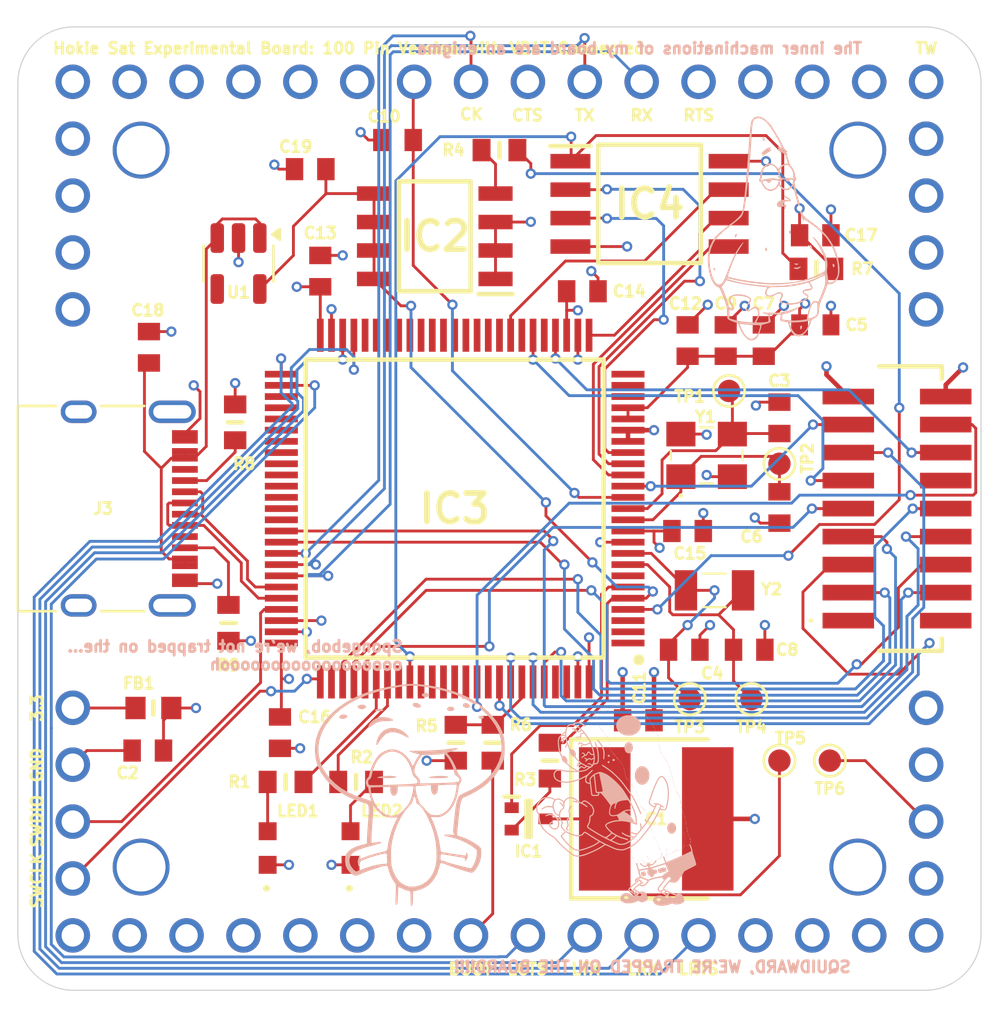
<source format=kicad_pcb>
(kicad_pcb (version 20240108) (generator "pcbnew") (generator_version "8.0")
  (layers (0 "F.Cu" signal) (1 "In1.Cu" power) (2 "In2.Cu" power) (31 "B.Cu" signal) (34 "B.Paste" user) (35 "F.Paste" user) (36 "B.SilkS" user "B.Silkscreen") (37 "F.SilkS" user "F.Silkscreen") (38 "B.Mask" user) (39 "F.Mask" user) (44 "Edge.Cuts" user))
  (net 0 "")
  (net 1 "Net-(IC1-A1{slash}K2)")
  (net 2 "GND")
  (net 3 "/VDD_FILT")
  (net 4 "Net-(IC3-PH1-OSC_OUT)")
  (net 5 "Net-(IC3-PC15-OSC32_OUT)")
  (net 6 "Net-(IC3-PH0-OSC_IN)")
  (net 7 "Net-(IC3-PC14-OSC32_IN)")
  (net 8 "/NRST")
  (net 9 "/VBUS")
  (net 10 "/LDO_OUT")
  (net 11 "VDD")
  (net 12 "/V_BAT")
  (net 13 "Net-(IC1-K1)")
  (net 14 "Net-(IC2-G)")
  (net 16 "/USART1_RX")
  (net 17 "/I2C3_SDA")
  (net 21 "/QUADSPI_BK2_IO0")
  (net 22 "/DCMI_VSYNC")
  (net 23 "/QUADSPI_BK2_IO2")
  (net 28 "/DCMI_D5")
  (net 29 "/LPUART_TX")
  (net 38 "/DCMI_D8")
  (net 41 "/D-")
  (net 44 "/QUADSPI_BK2_IO3")
  (net 47 "/LPUART_CTS")
  (net 51 "/USART1_TX")
  (net 54 "/DCMI_D7")
  (net 57 "/I2C3_SCL")
  (net 58 "/LPUART_RX")
  (net 62 "/Control")
  (net 63 "/SWCLK")
  (net 64 "/QUADSPI_CLK")
  (net 65 "/D+")
  (net 66 "/DCMI_D9")
  (net 69 "Net-(IC3-PH3-BOOT0)")
  (net 70 "/USART1_CK")
  (net 74 "/DCMI_D4")
  (net 77 "/LED1")
  (net 78 "/LPUART_RTS")
  (net 79 "/SWDIO")
  (net 80 "/DCMI_PIXCLK")
  (net 81 "/DCMI_HSYNC")
  (net 82 "/DCMI_D2")
  (net 83 "/QUADSPI_BK2_IO1")
  (net 88 "/DCMI_D6")
  (net 89 "/LED2")
  (net 90 "/DCMI_D3")
  (net 100 "Net-(J3-CC2)")
  (net 101 "Net-(J3-CC1)")
  (net 109 "/BOOT0")
  (net 122 "/USART1_RTS")
  (net 126 "/USART1_CTS")
  (net 132 "Net-(LED1-A)")
  (net 133 "Net-(LED2-A)")
  (net 135 "/QUADSPI_BK2_NCS")
  (footprint "ta-expt-v2-100:CAPC1608X90N" (layer "F.Cu") (at 163.25 114.3)
    (property "Reference" "C4")
    (property "Value" "0603ZA220JAT2A" (hide yes))
  )
  (footprint "ta-expt-v2-100:SOIC127P600X175-8N" (layer "F.Cu") (at 152.112 95.845 180)
    (property "Reference" "IC2")
    (property "Value" "STS5PF30L" (hide yes))
  )
  (footprint "TestPoint:TestPoint_Pad_D1.0mm" (layer "F.Cu") (at 163.5 116.5)
    (property "Reference" "TP3")
    (property "Value" "TestPoint_Pad_D1.0mm" (hide yes))
  )
  (footprint "TestPoint:TestPoint_Pad_D1.0mm" (layer "F.Cu") (at 167.5 119.25)
    (property "Reference" "TP5")
    (property "Value" "TestPoint_Pad_D1.0mm" (hide yes))
  )
  (footprint "ta-expt-v2-100:CAPC1608X90N" (layer "F.Cu") (at 158.7 98.3 180)
    (property "Reference" "C14")
    (property "Value" "0603ZC104JAT2A" (hide yes))
  )
  (footprint "ta-expt-v2-100:RESC1608X55N" (layer "F.Cu") (at 154.7 118.45 90)
    (property "Reference" "R6")
    (property "Value" "MCT06030C1001FP500" (hide yes))
  )
  (footprint "ta-expt-v2-100:RESC1608X55N" (layer "F.Cu") (at 169.15 97.3 180)
    (property "Reference" "R7")
    (property "Value" "MCT06030C1002FP500" (hide yes))
  )
  (footprint "TestPoint:TestPoint_Pad_D1.0mm" (layer "F.Cu") (at 165.25 102.75)
    (property "Reference" "TP1")
    (property "Value" "TestPoint_Pad_D1.0mm" (hide yes))
  )
  (footprint "ta-expt-v2-100:RESC1608X55N" (layer "F.Cu") (at 157.25 119.25 90)
    (property "Reference" "R3")
    (property "Value" "MCT06030C1002FP500" (hide yes))
  )
  (footprint "ta-expt-v2-100:LGQ396PS35" (layer "F.Cu") (at 148.35 123.15 90)
    (property "Reference" "LED2")
    (property "Value" "LG_Q396-PS-35" (hide yes))
  )
  (footprint "ta-expt-v2-100:CAPC1608X90N" (layer "F.Cu") (at 146.55 92.85 180)
    (property "Reference" "C19")
    (property "Value" "1uF" (hide yes))
  )
  (footprint "ta-expt-v2-100:RESC1608X55N" (layer "F.Cu") (at 155 92 180)
    (property "Reference" "R4")
    (property "Value" "MCT06030C1002FP500" (hide yes))
  )
  (footprint "ta-expt-v2-100:CAPC1608X90N" (layer "F.Cu") (at 165.1 100.5 90)
    (property "Reference" "C9")
    (property "Value" "0603ZC105JAT2A" (hide yes))
  )
  (footprint "ta-expt-v2-100:SOTFL50P160X78-3N" (layer "F.Cu") (at 156.3 121.85)
    (property "Reference" "IC1")
    (property "Value" "BAR43SFILM" (hide yes))
  )
  (footprint "ta-expt-v2-100:41746398" (layer "F.Cu") (at 172.75 108 -90)
    (property "Reference" "J5" (hide yes))
    (property "Value" "4-174639-8" (hide yes))
  )
  (footprint "Connector_USB:USB_C_Receptacle_XKB_U262-16XN-4BVC11" (layer "F.Cu") (at 137.285 108 -90)
    (property "Reference" "J3")
    (property "Value" "USB_C_Receptacle_USB2.0" (hide yes))
  )
  (footprint "ta-expt-v2-100:CAPC1608X90N" (layer "F.Cu") (at 167.5 107.95 -90)
    (property "Reference" "C6")
    (property "Value" "0603ZA220JAT2A" (hide yes))
  )
  (footprint "ta-expt-v2-100:CAPC1608X90N" (layer "F.Cu") (at 150.45 91.55 180)
    (property "Reference" "C10")
    (property "Value" "0603ZC104JAT2A" (hide yes))
  )
  (footprint "ta-expt-v2-100:CAPC1608X90N" (layer "F.Cu") (at 166.8 100.5 90)
    (property "Reference" "C7")
    (property "Value" "0603ZC104JAT2A" (hide yes))
  )
  (footprint "ta-expt-v2-100:QFP50P1600X1600X160-100N" (layer "F.Cu") (at 153 108 180)
    (property "Reference" "IC3")
    (property "Value" "STM32L496VGT3" (hide yes))
  )
  (footprint "ta-expt-v2-100:CAPC1608X90N" (layer "F.Cu") (at 147 97.4 90)
    (property "Reference" "C13")
    (property "Value" "0603ZC104JAT2A" (hide yes))
  )
  (footprint "ta-expt-v2-100:RESC1608X55N" (layer "F.Cu") (at 142.9 113.1 90)
    (property "Reference" "R9")
    (property "Value" "5.1k" (hide yes))
  )
  (footprint "ta-expt-v2-100:PinSocket_4x1_TartanArtibeus" (layer "F.Cu") (at 135.95 120.7 180)
    (property "Reference" "J7" (hide yes))
    (property "Value" "Conn_01x04" (hide yes))
  )
  (footprint "ta-expt-v2-100:CAPC1608X50N" (layer "F.Cu") (at 169.1 99.8)
    (property "Reference" "C5")
    (property "Value" "GRM1857U1A103JA44D" (hide yes))
  )
  (footprint "ta-expt-v2-100:RESC1608X55N" (layer "F.Cu") (at 148.6 120.2)
    (property "Reference" "R2")
    (property "Value" "MCT06030C1001FP500" (hide yes))
  )
  (footprint "ta-expt-v2-100:RESC1608X55N" (layer "F.Cu") (at 145.45 120.2 180)
    (property "Reference" "R1")
    (property "Value" "MCT06030C1001FP500" (hide yes))
  )
  (footprint "ta-expt-v2-100:CAPC1608X90N" (layer "F.Cu") (at 139.35 100.8 -90)
    (property "Reference" "C18")
    (property "Value" "1uF" (hide yes))
  )
  (footprint "ta-expt-v2-100:CAPC1608X90N" (layer "F.Cu") (at 145.2 118 90)
    (property "Reference" "C16")
    (property "Value" "0603ZC104JAT2A" (hide yes))
  )
  (footprint "ta-expt-v2-100:PinSocket_1x16_TartanArtibeus" (layer "F.Cu") (at 155 127.05)
    (property "Reference" "J8" (hide yes))
    (property "Value" "Conn_01x16" (hide yes))
  )
  (footprint "ta-expt-v2-100:LGQ396PS35" (layer "F.Cu") (at 144.65 123.15 90)
    (property "Reference" "LED1")
    (property "Value" "LG_Q396-PS-35" (hide yes))
  )
  (footprint "ta-expt-v2-100:CAPC1608X90N" (layer "F.Cu") (at 163.4 100.5 90)
    (property "Reference" "C12")
    (property "Value" "0603ZC105JAT2A" (hide yes))
  )
  (footprint "TestPoint:TestPoint_Pad_D1.0mm" (layer "F.Cu") (at 169.75 119.25)
    (property "Reference" "TP6")
    (property "Value" "TestPoint_Pad_D1.0mm" (hide yes))
  )
  (footprint "ta-expt-v2-100:CAPC1608X90N" (layer "F.Cu") (at 163.4 109 180)
    (property "Reference" "C15")
    (property "Value" "0603ZC104JAT2A" (hide yes))
  )
  (footprint "ta-expt-v2-100:PinSocket_1x5_TartanArtibeus" (layer "F.Cu") (at 174.05 120.7)
    (property "Reference" "J1" (hide yes))
    (property "Value" "Conn_01x05" (hide yes))
  )
  (footprint "ta-expt-v2-100:ABM8AIG25000MHZ122ZT3" (layer "F.Cu") (at 164.25 105.625)
    (property "Reference" "Y1")
    (property "Value" "ABM8AIG-16.000MHZ-12-2Z-T" (hide yes))
  )
  (footprint "ta-expt-v2-100:RESC1608X55N" (layer "F.Cu") (at 143.2 104.15 -90)
    (property "Reference" "R8")
    (property "Value" "5.1k" (hide yes))
  )
  (footprint "ta-expt-v2-100:CAPC1608X90N" (layer "F.Cu") (at 166.15 114.3)
    (property "Reference" "C8")
    (property "Value" "0603ZA220JAT2A" (hide yes))
  )
  (footprint "ta-expt-v2-100:CAPC1608X90N" (layer "F.Cu") (at 139.3 118.8 180)
    (property "Reference" "C2")
    (property "Value" "GRM188C71A475KE21D" (hide yes))
  )
  (footprint "Package_TO_SOT_SMD:SOT-23-5" (layer "F.Cu") (at 143.35 97.0625 -90)
    (property "Reference" "U1")
    (property "Value" "TPS7A0533PDBV" (hide yes))
  )
  (footprint "ta-expt-v2-100:CAPPC5660X400N" (layer "F.Cu") (at 162 121.85)
    (property "Reference" "C1")
    (property "Value" "597D158X9004R2T" (hide yes))
  )
  (footprint "TestPoint:TestPoint_Pad_D1.0mm" (layer "F.Cu") (at 166.25 116.5)
    (property "Reference" "TP4")
    (property "Value" "TestPoint_Pad_D1.0mm" (hide yes))
  )
  (footprint "ta-expt-v2-100:PinSocket_4x1_TartanArtibeus" (layer "F.Cu") (at 135.95 95.3)
    (property "Reference" "J2" (hide yes))
    (property "Value" "Conn_01x04" (hide yes))
  )
  (footprint "TestPoint:TestPoint_Pad_D1.0mm" (layer "F.Cu") (at 167.5 106)
    (property "Reference" "TP2")
    (property "Value" "TestPoint_Pad_D1.0mm" (hide yes))
  )
  (footprint "ta-expt-v2-100:CAPC1608X90N" (layer "F.Cu") (at 167.5 103.95 90)
    (property "Reference" "C3")
    (property "Value" "0603ZA220JAT2A" (hide yes))
  )
  (footprint "ta-expt-v2-100:CAPC1608X90N" (layer "F.Cu") (at 161.2 117.45 180)
    (property "Reference" "C11")
    (property "Value" "0603ZC104JAT2A" (hide yes))
  )
  (footprint "ta-expt-v2-100:CAPC1608X90N" (layer "F.Cu") (at 169.1 95.8)
    (property "Reference" "C17")
    (property "Value" "0603ZC104JAT2A" (hide yes))
  )
  (footprint "ta-expt-v2-100:ABS07AIG32768kHz71T" (layer "F.Cu") (at 164.6 111.65 180)
    (property "Reference" "Y2")
    (property "Value" "ABS07AIG-32.768kHz-T" (hide yes))
  )
  (footprint "ta-expt-v2-100:SOIC127P790X216-8N" (layer "F.Cu") (at 161.7 94.4)
    (property "Reference" "IC4")
    (property "Value" "IS25LP128F-JBLA3" (hide yes))
  )
  (footprint "ta-expt-v2-100:MountingHoles_TartanArtibeus" (layer "F.Cu") (at 151.5 96.5)
    (property "Reference" "J6" (hide yes))
    (property "Value" "Conn_01x04" (hide yes))
  )
  (footprint "ta-expt-v2-100:PinSocket_1x5_TartanArtibeus" (layer "F.Cu") (at 174.05 95.3)
    (property "Reference" "J4" (hide yes))
    (property "Value" "Conn_01x05" (hide yes))
  )
  (footprint "ta-expt-v2-100:PinSocket_1x16_TartanArtibeus" (layer "F.Cu") (at 155 88.95)
    (property "Reference" "J9" (hide yes))
    (property "Value" "Conn_01x16" (hide yes))
  )
  (footprint "ta-expt-v2-100:BEADC1608X95N" (layer "F.Cu") (at 139.55 116.9)
    (property "Reference" "FB1")
    (property "Value" "MMZ1608S601ATD25" (hide yes))
  )
  (footprint "ta-expt-v2-100:RESC1608X55N" (layer "F.Cu") (at 153.05 118.45 -90)
    (property "Reference" "R5")
    (property "Value" "MCT06030C1002FP500" (hide yes))
  )
  (footprint "ta-expt-v2-100:Squidward" (layer "B.Cu") (at 151 120.75 180)
    (property "Reference" "G***" (hide yes))
    (property "Value" "LOGO" (hide yes))
  )
  (footprint "ta-expt-v2-100:Spongebob" (layer "B.Cu") (at 160.25 121 180)
    (property "Reference" "G***" (hide yes))
    (property "Value" "LOGO" (hide yes))
  )
  (footprint "ta-expt-v2-100:Patrick" (layer "B.Cu") (at 167.25 95.5 180)
    (property "Reference" "G***" (hide yes))
    (property "Value" "LOGO" (hide yes))
  )
  (gr_arc (start 173.96 86.500001) (mid 175.767993 87.232007) (end 176.499999 89.04) (stroke (width 0.05)) (layer "Edge.Cuts"))
  (gr_line (start 176.5 89.04) (end 176.5 126.96) (stroke (width 0.05)) (layer "Edge.Cuts"))
  (gr_line (start 133.5 126.96) (end 133.5 89.04) (stroke (width 0.05)) (layer "Edge.Cuts"))
  (gr_arc (start 176.499999 126.96) (mid 175.767993 128.767993) (end 173.96 129.499999) (stroke (width 0.05)) (layer "Edge.Cuts"))
  (gr_arc (start 136.04 129.499999) (mid 134.232007 128.767993) (end 133.500001 126.96) (stroke (width 0.05)) (layer "Edge.Cuts"))
  (gr_line (start 136.04 86.5) (end 173.96 86.5) (stroke (width 0.05)) (layer "Edge.Cuts"))
  (gr_line (start 173.96 129.5) (end 136.04 129.5) (stroke (width 0.05)) (layer "Edge.Cuts"))
  (gr_arc (start 133.500001 89.04) (mid 134.232007 87.232007) (end 136.04 86.500001) (stroke (width 0.05)) (layer "Edge.Cuts"))
  (gr_text "SQUIDWARD, WE'RE TRAPPED ON THE BOARD!!!!" (at 170.75 128.75 0) (layer "B.SilkS") (effects (font (size 0.5 0.5) (thickness 0.125)) (justify left bottom mirror)))
  (gr_text "The inner machinations of my board are an enigma" (at 171.25 87.75 0) (layer "B.SilkS") (effects (font (size 0.5 0.5) (thickness 0.125)) (justify left bottom mirror)))
  (gr_text "Spongebob, we're not trapped on the...\nooooooooooooooooooh" (at 150.75 115.25 0) (layer "B.SilkS") (effects (font (size 0.5 0.5) (thickness 0.125)) (justify left bottom mirror)))
  (gr_text "BOOT" (at 153.7 128.55 0) (layer "F.SilkS") (effects (font (size 0.5 0.5) (thickness 0.125))))
  (gr_text "SWDIO" (at 134.35 121.95 90) (layer "F.SilkS") (effects (font (size 0.5 0.5) (thickness 0.125))))
  (gr_text "LCTS" (at 156.25 128.55 0) (layer "F.SilkS") (effects (font (size 0.5 0.5) (thickness 0.125))))
  (gr_text "SWCLK" (at 134.35 124.6 90) (layer "F.SilkS") (effects (font (size 0.5 0.5) (thickness 0.125))))
  (gr_text "TX\n" (at 158.8 90.45 0) (layer "F.SilkS") (effects (font (size 0.5 0.5) (thickness 0.125))))
  (gr_text "3.3\n" (at 134.35 116.9 90) (layer "F.SilkS") (effects (font (size 0.5 0.5) (thickness 0.125))))
  (gr_text "RX\n" (at 161.35 90.45 0) (layer "F.SilkS") (effects (font (size 0.5 0.5) (thickness 0.125))))
  (gr_text "TW" (at 173.5 87.75 0) (layer "F.SilkS") (effects (font (size 0.5 0.5) (thickness 0.125)) (justify left bottom)))
  (gr_text "GND" (at 134.35 119.45 90) (layer "F.SilkS") (effects (font (size 0.5 0.5) (thickness 0.125))))
  (gr_text "RTS\n\n" (at 163.9 90.85 0) (layer "F.SilkS") (effects (font (size 0.5 0.5) (thickness 0.125))))
  (gr_text "LRTS" (at 163.9 128.55 0) (layer "F.SilkS") (effects (font (size 0.5 0.5) (thickness 0.125))))
  (gr_text "LRX" (at 161.4 128.55 0) (layer "F.SilkS") (effects (font (size 0.5 0.5) (thickness 0.125))))
  (gr_text "CTS\n" (at 156.25 90.45 0) (layer "F.SilkS") (effects (font (size 0.5 0.5) (thickness 0.125))))
  (gr_text "CK\n" (at 153.75 90.4 0) (layer "F.SilkS") (effects (font (size 0.5 0.5) (thickness 0.125))))
  (gr_text "Hokie Sat Experimental Board: 100 Pin Version with VBAT Connected" (at 135 87.75 0) (layer "F.SilkS") (effects (font (size 0.5 0.5) (thickness 0.125)) (justify left bottom)))
  (gr_text "LTX" (at 158.85 128.55 0) (layer "F.SilkS") (effects (font (size 0.5 0.5) (thickness 0.125))))
  (segment (start 159.7 123.9) (end 161.0405 125.2405) (width 0.127) (layer "F.Cu") (net 1))
  (segment (start 159.7 121.85) (end 159.7 123.9) (width 0.127) (layer "F.Cu") (net 1))
  (segment (start 165.7595 125.2405) (end 167.5 123.5) (width 0.127) (layer "F.Cu") (net 1))
  (segment (start 167.5 123.5) (end 167.5 119.25) (width 0.127) (layer "F.Cu") (net 1))
  (segment (start 161.0405 125.2405) (end 165.7595 125.2405) (width 0.127) (layer "F.Cu") (net 1))
  (segment (start 159.7 121.85) (end 157.055 121.85) (width 0.127) (layer "F.Cu") (net 1))
  (segment (start 165.1 99.8) (end 165.95 98.95) (width 0.127) (layer "F.Cu") (net 2))
  (segment (start 174.925 103) (end 174.925 102.475) (width 0.2032) (layer "F.Cu") (net 2))
  (segment (start 169.8 99.8) (end 169.8 98.95) (width 0.127) (layer "F.Cu") (net 2))
  (segment (start 142.9 113.9) (end 143.9 113.9) (width 0.127) (layer "F.Cu") (net 2))
  (segment (start 149.75 91.55) (end 149.15 91.55) (width 0.127) (layer "F.Cu") (net 2))
  (segment (start 138.6 118.8) (end 136.58 118.8) (width 0.127) (layer "F.Cu") (net 2))
  (segment (start 163.4 99.8) (end 164.3 98.9) (width 0.127) (layer "F.Cu") (net 2))
  (segment (start 174.925 102.475) (end 175.7 101.7) (width 0.2032) (layer "F.Cu") (net 2))
  (segment (start 143.2 103.35) (end 143.2 102.4) (width 0.127) (layer "F.Cu") (net 2))
  (segment (start 161.9 104.5) (end 160.738 104.5) (width 0.2032) (layer "F.Cu") (net 2))
  (segment (start 171.33 119.25) (end 174.05 121.97) (width 0.127) (layer "F.Cu") (net 2))
  (segment (start 160.695 96.305) (end 158.168 96.305) (width 0.127) (layer "F.Cu") (net 2))
  (segment (start 160.738 104.5) (end 160.738 105) (width 0.2032) (layer "F.Cu") (net 2))
  (segment (start 158.5 100.262) (end 158.5 101.35) (width 0.127) (layer "F.Cu") (net 2))
  (segment (start 145.85 92.85) (end 145.15 92.85) (width 0.127) (layer "F.Cu") (net 2))
  (segment (start 167.5 103.25) (end 166.6 103.25) (width 0.127) (layer "F.Cu") (net 2))
  (segment (start 169.75 119.25) (end 171.33 119.25) (width 0.127) (layer "F.Cu") (net 2))
  (segment (start 164.3 121.85) (end 166.4 121.85) (width 0.2032) (layer "F.Cu") (net 2))
  (segment (start 161.9 115.4) (end 161.9 115.3) (width 0.2032) (layer "F.Cu") (net 2))
  (segment (start 145.262 113.5) (end 146.4 113.5) (width 0.127) (layer "F.Cu") (net 2))
  (segment (start 159.4 98.3) (end 159.4 97.7) (width 0.127) (layer "F.Cu") (net 2))
  (segment (start 164.1 109) (end 164.1 108.2) (width 0.127) (layer "F.Cu") (net 2))
  (segment (start 145.15 92.85) (end 144.95 92.65) (width 0.127) (layer "F.Cu") (net 2))
  (segment (start 166.85 113.2) (end 166.85 113.15) (width 0.127) (layer "F.Cu") (net 2))
  (segment (start 164.225 104.675) (end 164.25 104.7) (width 0.127) (layer "F.Cu") (net 2))
  (segment (start 136.58 118.8) (end 135.95 119.43) (width 0.127) (layer "F.Cu") (net 2))
  (segment (start 148.35 123.9) (end 147.5 123.9) (width 0.127) (layer "F.Cu") (net 2))
  (segment (start 166.8 99.8) (end 166.85 99.8) (width 0.127) (layer "F.Cu") (net 2))
  (segment (start 160.738 109.5) (end 159.5 109.5) (width 0.127) (layer "F.Cu") (net 2))
  (segment (start 153.05 119.25) (end 151.75 119.25) (width 0.127) (layer "F.Cu") (net 2))
  (segment (start 167.5 108.65) (end 166.65 108.65) (width 0.127) (layer "F.Cu") (net 2))
  (segment (start 140.955 111.35) (end 142.4 111.35) (width 0.127) (layer "F.Cu") (net 2))
  (segment (start 144.65 123.9) (end 145.6 123.9) (width 0.127) (layer "F.Cu") (net 2))
  (segment (start 141.6305 103.9745) (end 141.6305 102.7805) (width 0.127) (layer "F.Cu") (net 2))
  (segment (start 140.955 104.65) (end 141.6305 103.9745) (width 0.127) (layer "F.Cu") (net 2))
  (segment (start 166.85 114.3) (end 166.85 113.2) (width 0.127) (layer "F.Cu") (net 2))
  (segment (start 139.35 100.1) (end 140.35 100.1) (width 0.127) (layer "F.Cu") (net 2))
  (segment (start 141.6305 102.7805) (end 141.35 102.5) (width 0.127) (layer "F.Cu") (net 2))
  (segment (start 163.1 104.675) (end 164.225 104.675) (width 0.127) (layer "F.Cu") (net 2))
  (segment (start 160.7 96.3) (end 160.695 96.305) (width 0.127) (layer "F.Cu") (net 2))
  (segment (start 163.95 113.65) (end 164.4 113.2) (width 0.127) (layer "F.Cu") (net 2))
  (segment (start 149.15 91.55) (end 148.8 91.2) (width 0.127) (layer "F.Cu") (net 2))
  (segment (start 140.955 111.35) (end 140.955 111.05) (width 0.127) (layer "F.Cu") (net 2))
  (segment (start 165.4 106.575) (end 164.325 106.575) (width 0.127) (layer "F.Cu") (net 2))
  (segment (start 163.95 114.3) (end 163.95 113.65) (width 0.127) (layer "F.Cu") (net 2))
  (segment (start 147 96.7) (end 148 96.7) (width 0.127) (layer "F.Cu") (net 2))
  (segment (start 145.2 118.7) (end 146.1 118.7) (width 0.127) (layer "F.Cu") (net 2))
  (segment (start 169.8 95.8) (end 169.8 94.65) (width 0.127) (layer "F.Cu") (net 2))
  (segment (start 147.5 100.262) (end 147.5 99.1) (width 0.127) (layer "F.Cu") (net 2))
  (segment (start 143.35 95.925) (end 143.35 97) (width 0.127) (layer "F.Cu") (net 2))
  (segment (start 159.4 97.7) (end 159.1 97.4) (width 0.127) (layer "F.Cu") (net 2))
  (segment (start 166.6 103.25) (end 166.45 103.4) (width 0.127) (layer "F.Cu") (net 2))
  (segment (start 166.85 99.8) (end 167.7 98.95) (width 0.127) (layer "F.Cu") (net 2))
  (segment (start 161.9 117.45) (end 161.9 115.4) (width 0.2032) (layer "F.Cu") (net 2))
  (segment (start 166.65 108.65) (end 166.4 108.4) (width 0.127) (layer "F.Cu") (net 2))
  (segment (start 164.325 106.575) (end 164.25 106.5) (width 0.127) (layer "F.Cu") (net 2))
  (segment (start 158.5 115.738) (end 158.5 114.6) (width 0.127) (layer "F.Cu") (net 2))
  (via (at 143.2 102.4) (size 0.4572) (drill 0.254) (layers "F.Cu" "B.Cu") (net 2))
  (via (at 169.8 98.95) (size 0.4572) (drill 0.254) (layers "F.Cu" "B.Cu") (net 2))
  (via (at 146.1 118.7) (size 0.4572) (drill 0.254) (layers "F.Cu" "B.Cu") (net 2))
  (via (at 164.4 113.2) (size 0.4572) (drill 0.254) (layers "F.Cu" "B.Cu") (net 2))
  (via (at 175.7 101.7) (size 0.4572) (drill 0.254) (layers "F.Cu" "B.Cu") (net 2))
  (via (at 166.45 103.4) (size 0.4572) (drill 0.254) (layers "F.Cu" "B.Cu") (net 2))
  (via (at 165.95 98.95) (size 0.4572) (drill 0.254) (layers "F.Cu" "B.Cu") (net 2))
  (via (at 142.4 111.35) (size 0.4572) (drill 0.254) (layers "F.Cu" "B.Cu") (net 2))
  (via (at 166.4 121.85) (size 0.4572) (drill 0.254) (layers "F.Cu" "B.Cu") (net 2))
  (via (at 167.7 98.95) (size 0.4572) (drill 0.254) (layers "F.Cu" "B.Cu") (net 2))
  (via (at 140.35 100.1) (size 0.4572) (drill 0.254) (layers "F.Cu" "B.Cu") (net 2))
  (via (at 164.3 98.9) (size 0.4572) (drill 0.254) (layers "F.Cu" "B.Cu") (net 2))
  (via (at 147.5 99.1) (size 0.4572) (drill 0.254) (layers "F.Cu" "B.Cu") (net 2))
  (via (at 166.85 113.2) (size 0.4572) (drill 0.254) (layers "F.Cu" "B.Cu") (net 2))
  (via (at 143.35 97) (size 0.4572) (drill 0.254) (layers "F.Cu" "B.Cu") (net 2))
  (via (at 158.5 114.6) (size 0.4572) (drill 0.254) (layers "F.Cu" "B.Cu") (net 2))
  (via (at 161.9 104.5) (size 0.4572) (drill 0.254) (layers "F.Cu" "B.Cu") (net 2))
  (via (at 159.5 109.5) (size 0.4572) (drill 0.254) (layers "F.Cu" "B.Cu") (net 2))
  (via (at 148 96.7) (size 0.4572) (drill 0.254) (layers "F.Cu" "B.Cu") (net 2))
  (via (at 161.9 115.3) (size 0.4572) (drill 0.254) (layers "F.Cu" "B.Cu") (net 2))
  (via (at 158.5 101.35) (size 0.4572) (drill 0.254) (layers "F.Cu" "B.Cu") (net 2))
  (via (at 166.4 108.4) (size 0.4572) (drill 0.254) (layers "F.Cu" "B.Cu") (net 2))
  (via (at 146.4 113.5) (size 0.4572) (drill 0.254) (layers "F.Cu" "B.Cu") (net 2))
  (via (at 164.25 106.5) (size 0.4572) (drill 0.254) (layers "F.Cu" "B.Cu") (net 2))
  (via (at 160.7 96.3) (size 0.4572) (drill 0.254) (layers "F.Cu" "B.Cu") (net 2))
  (via (at 151.75 119.25) (size 0.4572) (drill 0.254) (layers "F.Cu" "B.Cu") (net 2))
  (via (at 147.5 123.9) (size 0.4572) (drill 0.254) (layers "F.Cu" "B.Cu") (net 2))
  (via (at 144.95 92.65) (size 0.4572) (drill 0.254) (layers "F.Cu" "B.Cu") (net 2))
  (via (at 145.6 123.9) (size 0.4572) (drill 0.254) (layers "F.Cu" "B.Cu") (net 2))
  (via (at 169.8 94.65) (size 0.4572) (drill 0.254) (layers "F.Cu" "B.Cu") (net 2))
  (via (at 143.9 113.9) (size 0.4572) (drill 0.254) (layers "F.Cu" "B.Cu") (net 2))
  (via (at 164.1 108.2) (size 0.4572) (drill 0.254) (layers "F.Cu" "B.Cu") (net 2))
  (via (at 159.1 97.4) (size 0.4572) (drill 0.254) (layers "F.Cu" "B.Cu") (net 2))
  (via (at 148.8 91.2) (size 0.4572) (drill 0.254) (layers "F.Cu" "B.Cu") (net 2))
  (via (at 141.35 102.5) (size 0.4572) (drill 0.254) (layers "F.Cu" "B.Cu") (net 2))
  (via (at 164.25 104.7) (size 0.4572) (drill 0.254) (layers "F.Cu" "B.Cu") (net 2))
  (segment (start 160.5 117.45) (end 160.5 115.3) (width 0.2032) (layer "F.Cu") (net 3))
  (segment (start 145.262 115.6) (end 145.6 115.6) (width 0.127) (layer "F.Cu") (net 3))
  (segment (start 162.7 109) (end 161.9 109) (width 0.127) (layer "F.Cu") (net 3))
  (segment (start 170.575 103) (end 169.6 102.025) (width 0.2032) (layer "F.Cu") (net 3))
  (segment (start 160.738 103.5) (end 161.6025 103.5) (width 0.127) (layer "F.Cu") (net 3))
  (segment (start 163.4 101.7025) (end 163.4 101.2) (width 0.127) (layer "F.Cu") (net 3))
  (segment (start 145.262 115.6) (end 145.262 114) (width 0.127) (layer "F.Cu") (net 3))
  (segment (start 154.824 95.21) (end 156.39 95.21) (width 0.127) (layer "F.Cu") (net 3))
  (segment (start 165.1 101.2) (end 166.8 101.2) (width 0.127) (layer "F.Cu") (net 3))
  (segment (start 168.4 95.8) (end 168.45 95.8) (width 0.127) (layer "F.Cu") (net 3))
  (segment (start 161.9 109) (end 161.9 109.5) (width 0.127) (layer "F.Cu") (net 3))
  (segment (start 145.2 117.2) (end 145.262 117.138) (width 0.127) (layer "F.Cu") (net 3))
  (segment (start 140.35 116.9) (end 140.35 117.1) (width 0.127) (layer "F.Cu") (net 3))
  (segment (start 166.8 101.2) (end 167 101.2) (width 0.127) (layer "F.Cu") (net 3))
  (segment (start 166.895 92.495) (end 166.9 92.5) (width 0.127) (layer "F.Cu") (net 3))
  (segment (start 161.6025 103.5) (end 163.4 101.7025) (width 0.127) (layer "F.Cu") (net 3))
  (segment (start 140.35 116.9) (end 141.45 116.9) (width 0.127) (layer "F.Cu") (net 3))
  (segment (start 163.4 101.2) (end 165.1 101.2) (width 0.127) (layer "F.Cu") (net 3))
  (segment (start 160.738 104) (end 160.738 103.5) (width 0.127) (layer "F.Cu") (net 3))
  (segment (start 168.45 95.8) (end 169.95 97.3) (width 0.127) (layer "F.Cu") (net 3))
  (segment (start 168.4 95.8) (end 168.4 94.6) (width 0.127) (layer "F.Cu") (net 3))
  (segment (start 145.262 113) (end 147.05 113) (width 0.127) (layer "F.Cu") (net 3))
  (segment (start 147 100.262) (end 147 98.1) (width 0.127) (layer "F.Cu") (net 3))
  (segment (start 167 101.2) (end 168.4 99.8) (width 0.127) (layer "F.Cu") (net 3))
  (segment (start 140.35 117.1) (end 140 117.45) (width 0.127) (layer "F.Cu") (net 3))
  (segment (start 158 99.15) (end 158.5 99.15) (width 0.127) (layer "F.Cu") (net 3))
  (segment (start 140 117.45) (end 140 118.8) (width 0.127) (layer "F.Cu") (net 3))
  (segment (start 165.232 92.495) (end 166.895 92.495) (width 0.127) (layer "F.Cu") (net 3))
  (segment (start 154.824 97.75) (end 154.824 96.48) (width 0.127) (layer "F.Cu") (net 3))
  (segment (start 145.2 117.3) (end 145.2 117.2) (width 0.127) (layer "F.Cu") (net 3))
  (segment (start 168.4 99.8) (end 168.4 99.1) (width 0.127) (layer "F.Cu") (net 3))
  (segment (start 154.824 95.21) (end 154.824 96.48) (width 0.127) (layer "F.Cu") (net 3))
  (segment (start 168.4 99.1) (end 168.65 98.85) (width 0.127) (layer "F.Cu") (net 3))
  (segment (start 161.9 109.5) (end 162.15 109.75) (width 0.127) (layer "F.Cu") (net 3))
  (segment (start 169.6 102.025) (end 169.6 101.65) (width 0.2032) (layer "F.Cu") (net 3))
  (segment (start 159 115.738) (end 159 113.75) (width 0.127) (layer "F.Cu") (net 3))
  (segment (start 147 98.1) (end 145.95 98.1) (width 0.127) (layer "F.Cu") (net 3))
  (segment (start 158 100.262) (end 158 99.15) (width 0.127) (layer "F.Cu") (net 3))
  (segment (start 158 99.15) (end 158 98.3) (width 0.127) (layer "F.Cu") (net 3))
  (segment (start 145.262 117.138) (end 145.262 115.6) (width 0.127) (layer "F.Cu") (net 3))
  (segment (start 156.39 95.21) (end 156.4 95.2) (width 0.127) (layer "F.Cu") (net 3))
  (segment (start 161.9 109) (end 160.738 109) (width 0.127) (layer "F.Cu") (net 3))
  (via (at 160.5 115.3) (size 0.4572) (drill 0.254) (layers "F.Cu" "B.Cu") (net 3))
  (via (at 158.5 99.15) (size 0.4572) (drill 0.254) (layers "F.Cu" "B.Cu") (net 3))
  (via (at 156.4 95.2) (size 0.4572) (drill 0.254) (layers "F.Cu" "B.Cu") (net 3))
  (via (at 169.6 101.65) (size 0.4572) (drill 0.254) (layers "F.Cu" "B.Cu") (net 3))
  (via (at 166.9 92.5) (size 0.4572) (drill 0.254) (layers "F.Cu" "B.Cu") (net 3))
  (via (at 145.95 98.1) (size 0.4572) (drill 0.254) (layers "F.Cu" "B.Cu") (net 3))
  (via (at 141.45 116.9) (size 0.4572) (drill 0.254) (layers "F.Cu" "B.Cu") (net 3))
  (via (at 168.4 94.6) (size 0.4572) (drill 0.254) (layers "F.Cu" "B.Cu") (net 3))
  (via (at 147.05 113) (size 0.4572) (drill 0.254) (layers "F.Cu" "B.Cu") (net 3))
  (via (at 159 113.75) (size 0.4572) (drill 0.254) (layers "F.Cu" "B.Cu") (net 3))
  (via (at 162.15 109.75) (size 0.4572) (drill 0.254) (layers "F.Cu" "B.Cu") (net 3))
  (via (at 168.65 98.85) (size 0.4572) (drill 0.254) (layers "F.Cu" "B.Cu") (net 3))
  (via (at 145.6 115.6) (size 0.4572) (drill 0.254) (layers "F.Cu" "B.Cu") (net 3))
  (segment (start 162.2595 105.8345) (end 162.6785 105.4155) (width 0.127) (layer "F.Cu") (net 4))
  (segment (start 165.425 104.65) (end 165.4 104.675) (width 0.127) (layer "F.Cu") (net 4))
  (segment (start 160.738 108) (end 161.6025 108) (width 0.127) (layer "F.Cu") (net 4))
  (segment (start 162.2595 107.343) (end 162.2595 105.8345) (width 0.127) (layer "F.Cu") (net 4))
  (segment (start 165.4 104.675) (end 165.4 102.9) (width 0.127) (layer "F.Cu") (net 4))
  (segment (start 162.6785 105.4155) (end 164.6595 105.4155) (width 0.127) (layer "F.Cu") (net 4))
  (segment (start 164.6595 105.4155) (end 165.4 104.675) (width 0.127) (layer "F.Cu") (net 4))
  (segment (start 161.6025 108) (end 162.2595 107.343) (width 0.127) (layer "F.Cu") (net 4))
  (segment (start 165.4 102.9) (end 165.25 102.75) (width 0.127) (layer "F.Cu") (net 4))
  (segment (start 167.5 104.65) (end 165.425 104.65) (width 0.127) (layer "F.Cu") (net 4))
  (segment (start 162.55 114.05) (end 163.4 113.2) (width 0.127) (layer "F.Cu") (net 5))
  (segment (start 161.777038 110) (end 163.325 111.547962) (width 0.127) (layer "F.Cu") (net 5))
  (segment (start 160.738 110) (end 161.777038 110) (width 0.127) (layer "F.Cu") (net 5))
  (segment (start 162.55 115.55) (end 163.5 116.5) (width 0.127) (layer "F.Cu") (net 5))
  (segment (start 162.55 114.3) (end 162.55 115.55) (width 0.127) (layer "F.Cu") (net 5))
  (segment (start 163.325 111.547962) (end 163.325 111.65) (width 0.127) (layer "F.Cu") (net 5))
  (segment (start 164.6 111.65) (end 163.325 111.65) (width 0.127) (layer "F.Cu") (net 5))
  (segment (start 162.55 114.3) (end 162.55 114.05) (width 0.127) (layer "F.Cu") (net 5))
  (via (at 163.4 113.2) (size 0.4572) (drill 0.254) (layers "F.Cu" "B.Cu") (net 5))
  (via (at 164.6 111.65) (size 0.4572) (drill 0.254) (layers "F.Cu" "B.Cu") (net 5))
  (segment (start 163.4 113.2) (end 164.6 112) (width 0.127) (layer "B.Cu") (net 5))
  (segment (start 164.6 112) (end 164.6 111.65) (width 0.127) (layer "B.Cu") (net 5))
  (segment (start 167.4345 107.3155) (end 167.5 107.25) (width 0.127) (layer "F.Cu") (net 6))
  (segment (start 167.5 106) (end 167.5 107.25) (width 0.127) (layer "F.Cu") (net 6))
  (segment (start 167.1695 105.6695) (end 167.5 106) (width 0.127) (layer "F.Cu") (net 6))
  (segment (start 164.0055 105.6695) (end 167.1695 105.6695) (width 0.127) (layer "F.Cu") (net 6))
  (segment (start 163.1 106.575) (end 164.0055 105.6695) (width 0.127) (layer "F.Cu") (net 6))
  (segment (start 163.1 107.252) (end 161.852 108.5) (width 0.127) (layer "F.Cu") (net 6))
  (segment (start 163.1 106.575) (end 163.1 107.252) (width 0.127) (layer "F.Cu") (net 6))
  (segment (start 161.852 108.5) (end 160.738 108.5) (width 0.127) (layer "F.Cu") (net 6))
  (segment (start 165.45 115.7) (end 166.25 116.5) (width 0.127) (layer "F.Cu") (net 7))
  (segment (start 161.6025 110.5) (end 162.6 111.4975) (width 0.127) (layer "F.Cu") (net 7))
  (segment (start 165.45 113.406) (end 164.7845 112.7405) (width 0.127) (layer "F.Cu") (net 7))
  (segment (start 162.6 111.4975) (end 162.6 112.6) (width 0.127) (layer "F.Cu") (net 7))
  (segment (start 162.6 112.6) (end 162.7405 112.7405) (width 0.127) (layer "F.Cu") (net 7))
  (segment (start 164.7845 112.7405) (end 165.875 111.65) (width 0.127) (layer "F.Cu") (net 7))
  (segment (start 160.738 110.5) (end 161.6025 110.5) (width 0.127) (layer "F.Cu") (net 7))
  (segment (start 165.45 114.3) (end 165.45 115.7) (width 0.127) (layer "F.Cu") (net 7))
  (segment (start 165.45 114.3) (end 165.45 113.406) (width 0.127) (layer "F.Cu") (net 7))
  (segment (start 162.7405 112.7405) (end 164.7845 112.7405) (width 0.127) (layer "F.Cu") (net 7))
  (segment (start 158.55 107.5) (end 160.738 107.5) (width 0.127) (layer "F.Cu") (net 8))
  (segment (start 151.15 91.55) (end 151.15 97.15) (width 0.127) (layer "F.Cu") (net 8))
  (segment (start 151.15 91.55) (end 151.15 88.99) (width 0.127) (layer "F.Cu") (net 8))
  (segment (start 151.15 97.15) (end 152.9 98.9) (width 0.127) (layer "F.Cu") (net 8))
  (segment (start 151.15 88.99) (end 151.19 88.95) (width 0.127) (layer "F.Cu") (net 8))
  (segment (start 158.35 107.3) (end 158.55 107.5) (width 0.127) (layer "F.Cu") (net 8))
  (via (at 158.35 107.3) (size 0.4572) (drill 0.254) (layers "F.Cu" "B.Cu") (net 8))
  (via (at 152.9 98.9) (size 0.4572) (drill 0.254) (layers "F.Cu" "B.Cu") (net 8))
  (segment (start 152.9 98.9) (end 152.9 101.85) (width 0.127) (layer "B.Cu") (net 8))
  (segment (start 152.9 101.85) (end 158.35 107.3) (width 0.127) (layer "B.Cu") (net 8))
  (segment (start 139.1495 101.7005) (end 139.1495 105.4485) (width 0.127) (layer "F.Cu") (net 9))
  (segment (start 141.38 105.75) (end 141.9095 105.2205) (width 0.127) (layer "F.Cu") (net 9))
  (segment (start 141.9095 96.4155) (end 142.4 95.925) (width 0.127) (layer "F.Cu") (net 9))
  (segment (start 144.3 95.925) (end 144.3 95.262501) (width 0.127) (layer "F.Cu") (net 9))
  (segment (start 142.4 95.3) (end 142.4 95.925) (width 0.127) (layer "F.Cu") (net 9))
  (segment (start 141.9095 105.2205) (end 141.9095 96.4155) (width 0.127) (layer "F.Cu") (net 9))
  (segment (start 139.35 101.5) (end 139.1495 101.7005) (width 0.127) (layer "F.Cu") (net 9))
  (segment (start 140.955 110.25) (end 140.253 110.25) (width 0.127) (layer "F.Cu") (net 9))
  (segment (start 140.955 105.75) (end 141.38 105.75) (width 0.127) (layer "F.Cu") (net 9))
  (segment (start 142.628 95.072) (end 142.4 95.3) (width 0.127) (layer "F.Cu") (net 9))
  (segment (start 139.1495 105.4485) (end 139.9 106.199) (width 0.127) (layer "F.Cu") (net 9))
  (segment (start 139.9 109.897) (end 139.9 106.199) (width 0.127) (layer "F.Cu") (net 9))
  (segment (start 144.3 95.262501) (end 144.109499 95.072) (width 0.127) (layer "F.Cu") (net 9))
  (segment (start 140.955 110.25) (end 140.955 110.55) (width 0.127) (layer "F.Cu") (net 9))
  (segment (start 140.5 105.45) (end 140.955 105.45) (width 0.127) (layer "F.Cu") (net 9))
  (segment (start 144.109499 95.072) (end 142.628 95.072) (width 0.127) (layer "F.Cu") (net 9))
  (segment (start 140.349 105.75) (end 140.955 105.75) (width 0.127) (layer "F.Cu") (net 9))
  (segment (start 140.955 105.75) (end 140.955 105.45) (width 0.127) (layer "F.Cu") (net 9))
  (segment (start 139.9 106.199) (end 140.349 105.75) (width 0.127) (layer "F.Cu") (net 9))
  (segment (start 140.253 110.25) (end 139.9 109.897) (width 0.127) (layer "F.Cu") (net 9))
  (segment (start 145.8 96.7) (end 144.3 98.2) (width 0.127) (layer "F.Cu") (net 10))
  (segment (start 147.25 92.85) (end 147.25 93.93) (width 0.127) (layer "F.Cu") (net 10))
  (segment (start 147.26 93.94) (end 145.8 95.4) (width 0.127) (layer "F.Cu") (net 10))
  (segment (start 161.55 112) (end 160.738 112) (width 0.127) (layer "F.Cu") (net 10))
  (segment (start 159.81 116.517) (end 159.81 112.24) (width 0.127) (layer "F.Cu") (net 10))
  (segment (start 157.877 118.45) (end 159.81 116.517) (width 0.127) (layer "F.Cu") (net 10))
  (segment (start 149.4 97.75) (end 149.4 96.48) (width 0.127) (layer "F.Cu") (net 10))
  (segment (start 159.81 112.24) (end 160.05 112) (width 0.127) (layer "F.Cu") (net 10))
  (segment (start 149.4 97.75) (end 150.6 98.95) (width 0.127) (layer "F.Cu") (net 10))
  (segment (start 157.075 108.325) (end 159.15 110.4) (width 0.127) (layer "F.Cu") (net 10))
  (segment (start 150.6 98.95) (end 151.05 98.95) (width 0.127) (layer "F.Cu") (net 10))
  (segment (start 157.25 118.45) (end 157.877 118.45) (width 0.127) (layer "F.Cu") (net 10))
  (segment (start 149.4 93.94) (end 149.4 95.21) (width 0.127) (layer "F.Cu") (net 10))
  (segment (start 160.05 112) (end 160.738 112) (width 0.127) (layer "F.Cu") (net 10))
  (segment (start 149.4 97.75) (end 149.1695 97.5195) (width 0.127) (layer "F.Cu") (net 10))
  (segment (start 145.8 95.4) (end 145.8 96.7) (width 0.127) (layer "F.Cu") (net 10))
  (segment (start 157.075 107.725) (end 157.075 108.325) (width 0.127) (layer "F.Cu") (net 10))
  (segment (start 161.85 111.7) (end 161.55 112) (width 0.127) (layer "F.Cu") (net 10))
  (segment (start 147.25 93.93) (end 147.26 93.94) (width 0.127) (layer "F.Cu") (net 10))
  (segment (start 149.4 93.94) (end 147.26 93.94) (width 0.127) (layer "F.Cu") (net 10))
  (segment (start 149.4 95.21) (end 149.4 96.48) (width 0.127) (layer "F.Cu") (net 10))
  (via (at 161.85 111.7) (size 0.4572) (drill 0.254) (layers "F.Cu" "B.Cu") (net 10))
  (via (at 151.05 98.95) (size 0.4572) (drill 0.254) (layers "F.Cu" "B.Cu") (net 10))
  (via (at 159.15 110.4) (size 0.4572) (drill 0.254) (layers "F.Cu" "B.Cu") (net 10))
  (via (at 157.075 107.725) (size 0.4572) (drill 0.254) (layers "F.Cu" "B.Cu") (net 10))
  (segment (start 161.65 111.5) (end 161.8 111.65) (width 0.127) (layer "B.Cu") (net 10))
  (segment (start 160.25 111.5) (end 161.65 111.5) (width 0.127) (layer "B.Cu") (net 10))
  (segment (start 161.8 111.65) (end 161.85 111.7) (width 0.127) (layer "B.Cu") (net 10))
  (segment (start 159.15 110.4) (end 160.25 111.5) (width 0.127) (layer "B.Cu") (net 10))
  (segment (start 151.05 101.7) (end 157.075 107.725) (width 0.127) (layer "B.Cu") (net 10))
  (segment (start 157.075 107.725) (end 157.1 107.75) (width 0.127) (layer "B.Cu") (net 10))
  (segment (start 151.05 98.95) (end 151.05 101.7) (width 0.127) (layer "B.Cu") (net 10))
  (segment (start 135.96 116.9) (end 135.95 116.89) (width 0.127) (layer "F.Cu") (net 11))
  (segment (start 138.75 116.9) (end 135.96 116.9) (width 0.127) (layer "F.Cu") (net 11))
  (segment (start 156.816105 117.683895) (end 155.545 118.955) (width 0.127) (layer "F.Cu") (net 12))
  (segment (start 159.556 116.41179) (end 158.283895 117.683895) (width 0.127) (layer "F.Cu") (net 12))
  (segment (start 159.8735 111.5) (end 159.556 111.8175) (width 0.127) (layer "F.Cu") (net 12))
  (segment (start 158.283895 117.683895) (end 156.816105 117.683895) (width 0.127) (layer "F.Cu") (net 12))
  (segment (start 159.556 111.8175) (end 159.556 116.41179) (width 0.127) (layer "F.Cu") (net 12))
  (segment (start 160.738 111.5) (end 159.8735 111.5) (width 0.127) (layer "F.Cu") (net 12))
  (segment (start 155.545 118.955) (end 155.545 121.35) (width 0.127) (layer "F.Cu") (net 12))
  (segment (start 157.25 120.645) (end 155.545 122.35) (width 0.127) (layer "F.Cu") (net 13))
  (segment (start 157.25 120.05) (end 157.25 120.645) (width 0.127) (layer "F.Cu") (net 13))
  (segment (start 154.824 93.94) (end 154.824 92.624) (width 0.127) (layer "F.Cu") (net 14))
  (segment (start 154.824 92.624) (end 154.2 92) (width 0.127) (layer "F.Cu") (net 14))
  (segment (start 145.262 111) (end 147.35 111) (width 0.127) (layer "F.Cu") (net 16))
  (via (at 147.35 111) (size 0.4572) (drill 0.254) (layers "F.Cu" "B.Cu") (net 16))
  (segment (start 160.00921 87.60921) (end 161.35 88.95) (width 0.127) (layer "B.Cu") (net 16))
  (segment (start 147.35 111) (end 146.367828 111) (width 0.127) (layer "B.Cu") (net 16))
  (segment (start 150.1185 107.804462) (end 150.1185 87.74992) (width 0.127) (layer "B.Cu") (net 16))
  (segment (start 150.25921 87.60921) (end 160.00921 87.60921) (width 0.127) (layer "B.Cu") (net 16))
  (segment (start 146.982462 110.9405) (end 150.1185 107.804462) (width 0.127) (layer "B.Cu") (net 16))
  (segment (start 146.308328 110.9405) (end 146.982462 110.9405) (width 0.127) (layer "B.Cu") (net 16))
  (segment (start 150.1185 87.74992) (end 150.25921 87.60921) (width 0.127) (layer "B.Cu") (net 16))
  (segment (start 146.367828 111) (end 146.308328 110.9405) (width 0.127) (layer "B.Cu") (net 16))
  (segment (start 154 115.738) (end 154 116.85) (width 0.127) (layer "F.Cu") (net 17))
  (segment (start 173.35 107.4) (end 176.156 107.4) (width 0.127) (layer "F.Cu") (net 17))
  (segment (start 176.156 107.4) (end 176.2655 107.2905) (width 0.127) (layer "F.Cu") (net 17))
  (segment (start 176.2655 107.2905) (end 176.2655 104.4155) (width 0.127) (layer "F.Cu") (net 17))
  (segment (start 176.1 104.25) (end 174.925 104.25) (width 0.127) (layer "F.Cu") (net 17))
  (segment (start 176.2655 104.4155) (end 176.1 104.25) (width 0.127) (layer "F.Cu") (net 17))
  (via (at 173.35 107.4) (size 0.4572) (drill 0.254) (layers "F.Cu" "B.Cu") (net 17))
  (via (at 154 116.85) (size 0.4572) (drill 0.254) (layers "F.Cu" "B.Cu") (net 17))
  (segment (start 154 111.867828) (end 155.383914 110.483914) (width 0.127) (layer "B.Cu") (net 17))
  (segment (start 155.383914 110.483914) (end 158.108328 107.7595) (width 0.127) (layer "B.Cu") (net 17))
  (segment (start 158.108328 107.7595) (end 168.0405 107.7595) (width 0.127) (layer "B.Cu") (net 17))
  (segment (start 154 116.85) (end 154 111.867828) (width 0.127) (layer "B.Cu") (net 17))
  (segment (start 168.0405 107.7595) (end 168.4 107.4) (width 0.127) (layer "B.Cu") (net 17))
  (segment (start 168.4 107.4) (end 173.35 107.4) (width 0.127) (layer "B.Cu") (net 17))
  (segment (start 159.8735 106.5) (end 159.192 105.8185) (width 0.127) (layer "F.Cu") (net 21))
  (segment (start 164.44608 96.305) (end 165.232 96.305) (width 0.127) (layer "F.Cu") (net 21))
  (segment (start 160.738 106.5) (end 159.8735 106.5) (width 0.127) (layer "F.Cu") (net 21))
  (segment (start 159.192 105.8185) (end 159.192 101.55908) (width 0.127) (layer "F.Cu") (net 21))
  (segment (start 159.192 101.55908) (end 164.44608 96.305) (width 0.127) (layer "F.Cu") (net 21))
  (segment (start 172.35 105.5) (end 170.575 105.5) (width 0.127) (layer "F.Cu") (net 22))
  (segment (start 155.5 115.738) (end 155.5 114.65) (width 0.127) (layer "F.Cu") (net 22))
  (via (at 155.5 114.65) (size 0.4572) (drill 0.254) (layers "F.Cu" "B.Cu") (net 22))
  (via (at 172.35 105.5) (size 0.4572) (drill 0.254) (layers "F.Cu" "B.Cu") (net 22))
  (segment (start 155.90521 117.346) (end 171.39479 117.346) (width 0.127) (layer "B.Cu") (net 22))
  (segment (start 171.39479 117.346) (end 173.446 115.29479) (width 0.127) (layer "B.Cu") (net 22))
  (segment (start 173.446 115.29479) (end 173.446 114.55) (width 0.127) (layer "B.Cu") (net 22))
  (segment (start 173.9445 112.41471) (end 173.9445 107.0945) (width 0.127) (layer "B.Cu") (net 22))
  (segment (start 155.5 114.65) (end 155.5 116.94079) (width 0.127) (layer "B.Cu") (net 22))
  (segment (start 155.5 116.94079) (end 155.90521 117.346) (width 0.127) (layer "B.Cu") (net 22))
  (segment (start 173.446 114.55) (end 173.446 112.91321) (width 0.127) (layer "B.Cu") (net 22))
  (segment (start 173.9445 107.0945) (end 172.35 105.5) (width 0.127) (layer "B.Cu") (net 22))
  (segment (start 173.446 112.91321) (end 173.9445 112.41471) (width 0.127) (layer "B.Cu") (net 22))
  (segment (start 159.8735 105.5) (end 160.738 105.5) (width 0.127) (layer "F.Cu") (net 23))
  (segment (start 161.9 99.5695) (end 162.3305 99.5695) (width 0.127) (layer "F.Cu") (net 23))
  (segment (start 159.7 105.3265) (end 159.8735 105.5) (width 0.127) (layer "F.Cu") (net 23))
  (segment (start 161.9 99.5695) (end 159.7 101.7695) (width 0.127) (layer "F.Cu") (net 23))
  (segment (start 159.785 95.035) (end 158.168 95.035) (width 0.127) (layer "F.Cu") (net 23))
  (segment (start 159.7 101.7695) (end 159.7 105.3265) (width 0.127) (layer "F.Cu") (net 23))
  (segment (start 159.8 95.05) (end 159.785 95.035) (width 0.127) (layer "F.Cu") (net 23))
  (via (at 162.3305 99.5695) (size 0.4572) (drill 0.254) (layers "F.Cu" "B.Cu") (net 23))
  (via (at 159.8 95.05) (size 0.4572) (drill 0.254) (layers "F.Cu" "B.Cu") (net 23))
  (segment (start 162.3305 99.5695) (end 162.3305 95.3805) (width 0.127) (layer "B.Cu") (net 23))
  (segment (start 162 95.05) (end 159.8 95.05) (width 0.127) (layer "B.Cu") (net 23))
  (segment (start 162.3305 95.3805) (end 162 95.05) (width 0.127) (layer "B.Cu") (net 23))
  (segment (start 168.55 111.725) (end 169.775 110.5) (width 0.127) (layer "F.Cu") (net 28))
  (segment (start 155 115.738) (end 155 116.8) (width 0.127) (layer "F.Cu") (net 28))
  (segment (start 169.775 110.5) (end 170.575 110.5) (width 0.127) (layer "F.Cu") (net 28))
  (segment (start 170.5905 115.3905) (end 168.55 113.35) (width 0.127) (layer "F.Cu") (net 28))
  (segment (start 174.2 114) (end 172.8095 115.3905) (width 0.127) (layer "F.Cu") (net 28))
  (segment (start 172.8095 115.3905) (end 170.5905 115.3905) (width 0.127) (layer "F.Cu") (net 28))
  (segment (start 168.55 113.35) (end 168.55 111.725) (width 0.127) (layer "F.Cu") (net 28))
  (via (at 155 116.8) (size 0.4572) (drill 0.254) (layers "F.Cu" "B.Cu") (net 28))
  (via (at 174.2 114) (size 0.4572) (drill 0.254) (layers "F.Cu" "B.Cu") (net 28))
  (segment (start 171.5 117.6) (end 173.7 115.4) (width 0.127) (layer "B.Cu") (net 28))
  (segment (start 155.8 117.6) (end 171.5 117.6) (width 0.127) (layer "B.Cu") (net 28))
  (segment (start 155 116.8) (end 155.8 117.6) (width 0.127) (layer "B.Cu") (net 28))
  (segment (start 173.7 114.5) (end 174.2 114) (width 0.127) (layer "B.Cu") (net 28))
  (segment (start 173.7 115.4) (end 173.7 114.5) (width 0.127) (layer "B.Cu") (net 28))
  (segment (start 148 100.262) (end 148 101.35) (width 0.127) (layer "F.Cu") (net 29))
  (via (at 148 101.35) (size 0.4572) (drill 0.254) (layers "F.Cu" "B.Cu") (net 29))
  (segment (start 146.25 103.104) (end 146.25 103.64079) (width 0.127) (layer "B.Cu") (net 29))
  (segment (start 134.7355 112.158776) (end 134.7355 127.553063) (width 0.127) (layer "B.Cu") (net 29))
  (segment (start 139.920395 109.970395) (end 136.923881 109.970395) (width 0.127) (layer "B.Cu") (net 29))
  (segment (start 145.9595 102.8135) (end 146.25 103.104) (width 0.127) (layer "B.Cu") (net 29))
  (segment (start 157.5955 128.2645) (end 158.81 127.05) (width 0.127) (layer "B.Cu") (net 29))
  (segment (start 146.427038 101.35) (end 145.9595 101.817538) (width 0.127) (layer "B.Cu") (net 29))
  (segment (start 134.7355 127.553063) (end 135.446937 128.2645) (width 0.127) (layer "B.Cu") (net 29))
  (segment (start 135.446937 128.2645) (end 157.5955 128.2645) (width 0.127) (layer "B.Cu") (net 29))
  (segment (start 146.25 103.64079) (end 139.920395 109.970395) (width 0.127) (layer "B.Cu") (net 29))
  (segment (start 148 101.35) (end 146.427038 101.35) (width 0.127) (layer "B.Cu") (net 29))
  (segment (start 136.923881 109.970395) (end 134.7355 112.158776) (width 0.127) (layer "B.Cu") (net 29))
  (segment (start 145.9595 101.817538) (end 145.9595 102.8135) (width 0.127) (layer "B.Cu") (net 29))
  (segment (start 173.45 108) (end 174.925 108) (width 0.127) (layer "F.Cu") (net 38))
  (segment (start 148 114.8735) (end 151.7235 111.15) (width 0.127) (layer "F.Cu") (net 38))
  (segment (start 148 115.738) (end 148 114.8735) (width 0.127) (layer "F.Cu") (net 38))
  (segment (start 151.7235 111.15) (end 158.5 111.15) (width 0.127) (layer "F.Cu") (net 38))
  (segment (start 158.5 111.15) (end 158.55 111.15) (width 0.127) (layer "F.Cu") (net 38))
  (via (at 158.5 111.15) (size 0.4572) (drill 0.254) (layers "F.Cu" "B.Cu") (net 38))
  (via (at 173.45 108) (size 0.4572) (drill 0.254) (layers "F.Cu" "B.Cu") (net 38))
  (segment (start 172.147975 113.238235) (end 171.7595 112.84976) (width 0.127) (layer "B.Cu") (net 38))
  (segment (start 172.147975 114.796765) (end 172.147975 113.238235) (width 0.127) (layer "B.Cu") (net 38))
  (segment (start 159.529605 116.020395) (end 159.55921 116.05) (width 0.127) (layer "B.Cu") (net 38))
  (segment (start 159.529605 113.656643) (end 159.529605 116.020395) (width 0.127) (layer "B.Cu") (net 38))
  (segment (start 159.55921 116.05) (end 170.89474 116.05) (width 0.127) (layer "B.Cu") (net 38))
  (segment (start 171.7595 112.84976) (end 171.7595 109.6905) (width 0.127) (layer "B.Cu") (net 38))
  (segment (start 170.89474 116.05) (end 172.147975 114.796765) (width 0.127) (layer "B.Cu") (net 38))
  (segment (start 158.5 111.15) (end 158.5 112.627038) (width 0.127) (layer "B.Cu") (net 38))
  (segment (start 158.5 112.627038) (end 159.529605 113.656643) (width 0.127) (layer "B.Cu") (net 38))
  (segment (start 171.7595 109.6905) (end 173.45 108) (width 0.127) (layer "B.Cu") (net 38))
  (segment (start 141.657 108.25) (end 143.75 110.343) (width 0.127) (layer "F.Cu") (net 41))
  (segment (start 140.955 108.25) (end 141.657 108.25) (width 0.127) (layer "F.Cu") (net 41))
  (segment (start 141.75 108.157) (end 141.75 107.35) (width 0.127) (layer "F.Cu") (net 41))
  (segment (start 141.75 107.35) (end 141.65 107.25) (width 0.127) (layer "F.Cu") (net 41))
  (segment (start 144.1 111.5) (end 145.262 111.5) (width 0.127) (layer "F.Cu") (net 41))
  (segment (start 141.657 108.25) (end 141.75 108.157) (width 0.127) (layer "F.Cu") (net 41))
  (segment (start 143.75 110.343) (end 143.75 111.15) (width 0.127) (layer "F.Cu") (net 41))
  (segment (start 141.65 107.25) (end 140.955 107.25) (width 0.127) (layer "F.Cu") (net 41))
  (segment (start 143.75 111.15) (end 144.1 111.5) (width 0.127) (layer "F.Cu") (net 41))
  (segment (start 161.4795 96.95) (end 157.9475 96.95) (width 0.127) (layer "F.Cu") (net 44))
  (segment (start 165.232 93.765) (end 164.6645 93.765) (width 0.127) (layer "F.Cu") (net 44))
  (segment (start 157.9475 96.95) (end 155.5 99.3975) (width 0.127) (layer "F.Cu") (net 44))
  (segment (start 155.5 99.3975) (end 155.5 100.262) (width 0.127) (layer "F.Cu") (net 44))
  (segment (start 164.6645 93.765) (end 161.4795 96.95) (width 0.127) (layer "F.Cu") (net 44))
  (segment (start 145.262 102.5) (end 146.75 102.5) (width 0.127) (layer "F.Cu") (net 47))
  (via (at 146.75 102.5) (size 0.4572) (drill 0.254) (layers "F.Cu" "B.Cu") (net 47))
  (segment (start 139.9985 110.2515) (end 137.001986 110.2515) (width 0.127) (layer "B.Cu") (net 47))
  (segment (start 134.9895 117.7895) (end 135 117.8) (width 0.127) (layer "B.Cu") (net 47))
  (segment (start 134.9895 117.7895) (end 134.9895 127.447853) (width 0.127) (layer "B.Cu") (net 47))
  (segment (start 155.32 128) (end 156.27 127.05) (width 0.127) (layer "B.Cu") (net 47))
  (segment (start 145.25 105) (end 139.9985 110.2515) (width 0.127) (layer "B.Cu") (net 47))
  (segment (start 135.552147 128.0105) (end 154.9895 128.0105) (width 0.127) (layer "B.Cu") (net 47))
  (segment (start 154.9895 128.0105) (end 155 128) (width 0.127) (layer "B.Cu") (net 47))
  (segment (start 134.9895 127.447853) (end 135.552147 128.0105) (width 0.127) (layer "B.Cu") (net 47))
  (segment (start 134.9895 112.263986) (end 134.9895 117.7895) (width 0.127) (layer "B.Cu") (net 47))
  (segment (start 146.75 102.5) (end 146.75 103.5) (width 0.127) (layer "B.Cu") (net 47))
  (segment (start 137.001986 110.2515) (end 134.9895 112.263986) (width 0.127) (layer "B.Cu") (net 47))
  (segment (start 146.3 103.95) (end 145.25 105) (width 0.127) (layer "B.Cu") (net 47))
  (segment (start 155 128) (end 155.32 128) (width 0.127) (layer "B.Cu") (net 47))
  (segment (start 146.75 103.5) (end 146.3 103.95) (width 0.127) (layer "B.Cu") (net 47))
  (segment (start 145.262 110.5) (end 146.8 110.5) (width 0.127) (layer "F.Cu") (net 51))
  (segment (start 158.81 87.01) (end 158.81 88.95) (width 0.127) (layer "F.Cu") (net 51))
  (segment (start 158.8 87) (end 158.81 87.01) (width 0.127) (layer "F.Cu") (net 51))
  (via (at 146.8 110.5) (size 0.4572) (drill 0.254) (layers "F.Cu" "B.Cu") (net 51))
  (via (at 158.8 87) (size 0.4572) (drill 0.254) (layers "F.Cu" "B.Cu") (net 51))
  (segment (start 150.1905 87.3405) (end 150.179605 87.329605) (width 0.127) (layer "B.Cu") (net 51))
  (segment (start 157.5405 87.3405) (end 150.1905 87.3405) (width 0.127) (layer "B.Cu") (net 51))
  (segment (start 149.8645 107.108462) (end 146.472962 110.5) (width 0.127) (layer "B.Cu") (net 51))
  (segment (start 149.8645 87.64471) (end 149.8645 107.108462) (width 0.127) (layer "B.Cu") (net 51))
  (segment (start 158.4595 87.3405) (end 158.8 87) (width 0.127) (layer "B.Cu") (net 51))
  (segment (start 146.472962 110.5) (end 146.8 110.5) (width 0.127) (layer "B.Cu") (net 51))
  (segment (start 150.179605 87.329605) (end 149.8645 87.64471) (width 0.127) (layer "B.Cu") (net 51))
  (segment (start 157.5405 87.3405) (end 158.4595 87.3405) (width 0.127) (layer "B.Cu") (net 51))
  (segment (start 172.3 109.8) (end 172.3 109.5) (width 0.127) (layer "F.Cu") (net 54))
  (segment (start 157 114.8735) (end 157.4735 114.4) (width 0.127) (layer "F.Cu") (net 54))
  (segment (start 172.05 109.25) (end 170.575 109.25) (width 0.127) (layer "F.Cu") (net 54))
  (segment (start 157 115.738) (end 157 114.8735) (width 0.127) (layer "F.Cu") (net 54))
  (segment (start 157.4735 114.4) (end 157.75 114.4) (width 0.127) (layer "F.Cu") (net 54))
  (segment (start 172.3 109.5) (end 172.05 109.25) (width 0.127) (layer "F.Cu") (net 54))
  (via (at 157.75 114.4) (size 0.4572) (drill 0.254) (layers "F.Cu" "B.Cu") (net 54))
  (via (at 172.3 109.8) (size 0.4572) (drill 0.254) (layers "F.Cu" "B.Cu") (net 54))
  (segment (start 157.75 114.4) (end 157.75 116.35) (width 0.127) (layer "B.Cu") (net 54))
  (segment (start 172.684 114.75) (end 172.684 110.184) (width 0.127) (layer "B.Cu") (net 54))
  (segment (start 172.684 114.97916) (end 172.684 114.75) (width 0.127) (layer "B.Cu") (net 54))
  (segment (start 157.75 116.35) (end 157.984 116.584) (width 0.127) (layer "B.Cu") (net 54))
  (segment (start 157.984 116.584) (end 171.07916 116.584) (width 0.127) (layer "B.Cu") (net 54))
  (segment (start 172.3 109.8) (end 172.35 109.85) (width 0.127) (layer "B.Cu") (net 54))
  (segment (start 171.07916 116.584) (end 172.684 114.97916) (width 0.127) (layer "B.Cu") (net 54))
  (segment (start 172.684 110.184) (end 172.3 109.8) (width 0.127) (layer "B.Cu") (net 54))
  (segment (start 160.738 107) (end 161.75 107) (width 0.127) (layer "F.Cu") (net 57))
  (segment (start 169 104.25) (end 170.575 104.25) (width 0.127) (layer "F.Cu") (net 57))
  (via (at 161.75 107) (size 0.4572) (drill 0.254) (layers "F.Cu" "B.Cu") (net 57))
  (via (at 169 104.25) (size 0.4572) (drill 0.254) (layers "F.Cu" "B.Cu") (net 57))
  (segment (start 161.75 107) (end 166.25 107) (width 0.127) (layer "B.Cu") (net 57))
  (segment (start 166.25 107) (end 169 104.25) (width 0.127) (layer "B.Cu") (net 57))
  (segment (start 148.5 100.262) (end 148.5 101.8) (width 0.127) (layer "F.Cu") (net 58))
  (via (at 148.5 101.8) (size 0.4572) (drill 0.254) (layers "F.Cu" "B.Cu") (net 58))
  (segment (start 145.996 103.53558) (end 139.815185 109.716395) (width 0.127) (layer "B.Cu") (net 58))
  (segment (start 146.517828 100.9) (end 145.7055 101.712328) (width 0.127) (layer "B.Cu") (net 58))
  (segment (start 139.815185 109.716395) (end 136.818671 109.716395) (width 0.127) (layer "B.Cu") (net 58))
  (segment (start 145.996 103.20921) (end 145.996 103.53558) (width 0.127) (layer "B.Cu") (net 58))
  (segment (start 148.5 101.227038) (end 148.172962 100.9) (width 0.127) (layer "B.Cu") (net 58))
  (segment (start 159.8815 128.5185) (end 161.35 127.05) (width 0.127) (layer "B.Cu") (net 58))
  (segment (start 135.341727 128.5185) (end 159.8815 128.5185) (width 0.127) (layer "B.Cu") (net 58))
  (segment (start 134.4815 112.053566) (end 134.4815 127.658273) (width 0.127) (layer "B.Cu") (net 58))
  (segment (start 148.5 101.8) (end 148.5 101.227038) (width 0.127) (layer "B.Cu") (net 58))
  (segment (start 145.7055 102.91871) (end 145.996 103.20921) (width 0.127) (layer "B.Cu") (net 58))
  (segment (start 134.4815 127.658273) (end 135.341727 128.5185) (width 0.127) (layer "B.Cu") (net 58))
  (segment (start 136.818671 109.716395) (end 134.4815 112.053566) (width 0.127) (layer "B.Cu") (net 58))
  (segment (start 145.7055 101.712328) (end 145.7055 102.91871) (width 0.127) (layer "B.Cu") (net 58))
  (segment (start 148.172962 100.9) (end 146.517828 100.9) (width 0.127) (layer "B.Cu") (net 58))
  (segment (start 172.85 107.606) (end 171.7465 108.7095) (width 0.127) (layer "F.Cu") (net 62))
  (segment (start 171.7465 108.7095) (end 169.2905 108.7095) (width 0.127) (layer "F.Cu") (net 62))
  (segment (start 162.05 112.5) (end 160.738 112.5) (width 0.127) (layer "F.Cu") (net 62))
  (segment (start 156.4 92.6) (end 156.4 93.05) (width 0.127) (layer "F.Cu") (net 62))
  (segment (start 155.8 92) (end 156.4 92.6) (width 0.127) (layer "F.Cu") (net 62))
  (segment (start 169.2905 108.7095) (end 167.9 110.1) (width 0.127) (layer "F.Cu") (net 62))
  (segment (start 172.85 103.5) (end 172.85 107.606) (width 0.127) (layer "F.Cu") (net 62))
  (via (at 172.85 103.5) (size 0.4572) (drill 0.254) (layers "F.Cu" "B.Cu") (net 62))
  (via (at 167.9 110.1) (size 0.4572) (drill 0.254) (layers "F.Cu" "B.Cu") (net 62))
  (via (at 162.05 112.5) (size 0.4572) (drill 0.254) (layers "F.Cu" "B.Cu") (net 62))
  (via (at 156.4 93.05) (size 0.4572) (drill 0.254) (layers "F.Cu" "B.Cu") (net 62))
  (segment (start 156.4 93.05) (end 167.5 93.05) (width 0.127) (layer "B.Cu") (net 62))
  (segment (start 172.85 98.4) (end 172.85 103.5) (width 0.127) (layer "B.Cu") (net 62))
  (segment (start 167.5 93.05) (end 172.85 98.4) (width 0.127) (layer "B.Cu") (net 62))
  (segment (start 167.9 110.1) (end 164.45 110.1) (width 0.127) (layer "B.Cu") (net 62))
  (segment (start 164.45 110.1) (end 162.05 112.5) (width 0.127) (layer "B.Cu") (net 62))
  (segment (start 135.95 124.51) (end 144.31 116.15) (width 0.127) (layer "F.Cu") (net 63))
  (segment (start 146.862 115.6) (end 147 115.738) (width 0.127) (layer "F.Cu") (net 63))
  (segment (start 146.4 115.6) (end 146.862 115.6) (width 0.127) (layer "F.Cu") (net 63))
  (segment (start 144.31 116.15) (end 144.8 116.15) (width 0.127) (layer "F.Cu") (net 63))
  (via (at 144.8 116.15) (size 0.4572) (drill 0.254) (layers "F.Cu" "B.Cu") (net 63))
  (via (at 146.4 115.6) (size 0.4572) (drill 0.254) (layers "F.Cu" "B.Cu") (net 63))
  (segment (start 145.85 116.15) (end 146.4 115.6) (width 0.127) (layer "B.Cu") (net 63))
  (segment (start 144.8 116.15) (end 145.85 116.15) (width 0.127) (layer "B.Cu") (net 63))
  (segment (start 163.945935 95.753565) (end 163.945935 96.445935) (width 0.127) (layer "F.Cu") (net 64))
  (segment (start 164.6645 95.035) (end 163.945935 95.753565) (width 0.127) (layer "F.Cu") (net 64))
  (segment (start 160.12987 100.262) (end 159 100.262) (width 0.127) (layer "F.Cu") (net 64))
  (segment (start 163.945935 96.445935) (end 160.12987 100.262) (width 0.127) (layer "F.Cu") (net 64))
  (segment (start 165.232 95.035) (end 164.6645 95.035) (width 0.127) (layer "F.Cu") (net 64))
  (segment (start 140.253 108.75) (end 140.1895 108.6865) (width 0.127) (layer "F.Cu") (net 65))
  (segment (start 141.79779 108.75) (end 143.473895 110.426105) (width 0.127) (layer "F.Cu") (net 65))
  (segment (start 140.955 108.75) (end 141.79779 108.75) (width 0.127) (layer "F.Cu") (net 65))
  (segment (start 143.473895 110.426105) (end 143.473895 111.233105) (width 0.127) (layer "F.Cu") (net 65))
  (segment (start 144.24079 112) (end 145.262 112) (width 0.127) (layer "F.Cu") (net 65))
  (segment (start 140.25 107.75) (end 140.955 107.75) (width 0.127) (layer "F.Cu") (net 65))
  (segment (start 140.1895 107.8105) (end 140.25 107.75) (width 0.127) (layer "F.Cu") (net 65))
  (segment (start 140.1895 108.6865) (end 140.1895 107.8105) (width 0.127) (layer "F.Cu") (net 65))
  (segment (start 143.473895 111.233105) (end 144.24079 112) (width 0.127) (layer "F.Cu") (net 65))
  (segment (start 140.955 108.75) (end 140.253 108.75) (width 0.127) (layer "F.Cu") (net 65))
  (segment (start 149 114.8735) (end 149.7235 114.15) (width 0.127) (layer "F.Cu") (net 66))
  (segment (start 149.7235 114.15) (end 154.55 114.15) (width 0.127) (layer "F.Cu") (net 66))
  (segment (start 168.95 108) (end 170.575 108) (width 0.127) (layer "F.Cu") (net 66))
  (segment (start 149 115.738) (end 149 114.8735) (width 0.127) (layer "F.Cu") (net 66))
  (via (at 154.55 114.15) (size 0.4572) (drill 0.254) (layers "F.Cu" "B.Cu") (net 66))
  (via (at 168.95 108) (size 0.4572) (drill 0.254) (layers "F.Cu" "B.Cu") (net 66))
  (segment (start 168.95 108) (end 168.1095 108.8405) (width 0.127) (layer "B.Cu") (net 66))
  (segment (start 168.1095 108.8405) (end 157.386538 108.8405) (width 0.127) (layer "B.Cu") (net 66))
  (segment (start 157.386538 108.8405) (end 154.55 111.677038) (width 0.127) (layer "B.Cu") (net 66))
  (segment (start 154.55 111.677038) (end 154.55 114.15) (width 0.127) (layer "B.Cu") (net 66))
  (segment (start 154.7 117.65) (end 154.8 117.65) (width 0.127) (layer "F.Cu") (net 69))
  (segment (start 156 116.45) (end 156 115.738) (width 0.127) (layer "F.Cu") (net 69))
  (segment (start 154.8 117.65) (end 156 116.45) (width 0.127) (layer "F.Cu") (net 69))
  (segment (start 154.7 117.65) (end 153.05 117.65) (width 0.127) (layer "F.Cu") (net 69))
  (segment (start 145.262 110) (end 146.35 110) (width 0.127) (layer "F.Cu") (net 70))
  (segment (start 153.73 86.93) (end 153.73 88.95) (width 0.127) (layer "F.Cu") (net 70))
  (segment (start 153.7 86.9) (end 153.73 86.93) (width 0.127) (layer "F.Cu") (net 70))
  (via (at 146.35 110) (size 0.4572) (drill 0.254) (layers "F.Cu" "B.Cu") (net 70))
  (via (at 153.7 86.9) (size 0.4572) (drill 0.254) (layers "F.Cu" "B.Cu") (net 70))
  (segment (start 149.6105 87.5395) (end 150.1 87.05) (width 0.127) (layer "B.Cu") (net 70))
  (segment (start 149.6105 106.7395) (end 149.6105 88.4605) (width 0.127) (layer "B.Cu") (net 70))
  (segment (start 150.1 87.05) (end 150.25 86.9) (width 0.127) (layer "B.Cu") (net 70))
  (segment (start 149.6105 88.4605) (end 149.6105 87.5395) (width 0.127) (layer "B.Cu") (net 70))
  (segment (start 146.35 110) (end 149.6105 106.7395) (width 0.127) (layer "B.Cu") (net 70))
  (segment (start 150.25 86.9) (end 153.7 86.9) (width 0.127) (layer "B.Cu") (net 70))
  (segment (start 172.8095 113.299541) (end 172.8095 111.5405) (width 0.127) (layer "F.Cu") (net 74))
  (segment (start 172.8095 111.5405) (end 173.85 110.5) (width 0.127) (layer "F.Cu") (net 74))
  (segment (start 151.7235 111.65) (end 159.1 111.65) (width 0.127) (layer "F.Cu") (net 74))
  (segment (start 170.95 114.95) (end 171.159041 114.95) (width 0.127) (layer "F.Cu") (net 74))
  (segment (start 148.5 115.738) (end 148.5 114.8735) (width 0.127) (layer "F.Cu") (net 74))
  (segment (start 148.5 114.8735) (end 151.7235 111.65) (width 0.127) (layer "F.Cu") (net 74))
  (segment (start 173.85 110.5) (end 174.925 110.5) (width 0.127) (layer "F.Cu") (net 74))
  (segment (start 171.159041 114.95) (end 172.8095 113.299541) (width 0.127) (layer "F.Cu") (net 74))
  (via (at 170.95 114.95) (size 0.4572) (drill 0.254) (layers "F.Cu" "B.Cu") (net 74))
  (via (at 159.1 111.65) (size 0.4572) (drill 0.254) (layers "F.Cu" "B.Cu") (net 74))
  (segment (start 159.946 115.796) (end 167.704 115.796) (width 0.127) (layer "B.Cu") (net 74))
  (segment (start 159.1 111.65) (end 159.8 112.35) (width 0.127) (layer "B.Cu") (net 74))
  (segment (start 167.704 115.796) (end 170.104 115.796) (width 0.127) (layer "B.Cu") (net 74))
  (segment (start 159.8 115.65) (end 159.946 115.796) (width 0.127) (layer "B.Cu") (net 74))
  (segment (start 170.104 115.796) (end 170.95 114.95) (width 0.127) (layer "B.Cu") (net 74))
  (segment (start 159.8 112.35) (end 159.8 115.65) (width 0.127) (layer "B.Cu") (net 74))
  (segment (start 149.5 116.95) (end 149.5 115.738) (width 0.127) (layer "F.Cu") (net 77))
  (segment (start 146.25 120.2) (end 149.5 116.95) (width 0.127) (layer "F.Cu") (net 77))
  (segment (start 145.262 101.312) (end 145.25 101.3) (width 0.127) (layer "F.Cu") (net 78))
  (segment (start 145.262 102) (end 145.262 101.312) (width 0.127) (layer "F.Cu") (net 78))
  (via (at 145.25 101.3) (size 0.4572) (drill 0.254) (layers "F.Cu" "B.Cu") (net 78))
  (segment (start 145.742 103.31442) (end 145.25 102.82242) (width 0.127) (layer "B.Cu") (net 78))
  (segment (start 145.25 102.82242) (end 145.25 101.3) (width 0.127) (layer "B.Cu") (net 78))
  (segment (start 135.236517 128.7725) (end 162.1675 128.7725) (width 0.127) (layer "B.Cu") (net 78))
  (segment (start 136.714671 109.461185) (end 139.711185 109.461185) (width 0.127) (layer "B.Cu") (net 78))
  (segment (start 162.1675 128.7725) (end 163.89 127.05) (width 0.127) (layer "B.Cu") (net 78))
  (segment (start 134.2275 127.763483) (end 134.2275 111.948356) (width 0.127) (layer "B.Cu") (net 78))
  (segment (start 135.132008 128.667992) (end 135.236517 128.7725) (width 0.127) (layer "B.Cu") (net 78))
  (segment (start 135.132008 128.667992) (end 134.2275 127.763483) (width 0.127) (layer "B.Cu") (net 78))
  (segment (start 134.2275 111.948356) (end 136.714671 109.461185) (width 0.127) (layer "B.Cu") (net 78))
  (segment (start 139.711185 109.461185) (end 145.742 103.43037) (width 0.127) (layer "B.Cu") (net 78))
  (segment (start 145.742 103.43037) (end 145.742 103.31442) (width 0.127) (layer "B.Cu") (net 78))
  (segment (start 135.132009 128.667992) (end 135.132008 128.667992) (width 0.127) (layer "B.Cu") (net 78))
  (segment (start 144.334 115.76679) (end 144.334 112.666) (width 0.127) (layer "F.Cu") (net 79))
  (segment (start 138.13079 121.97) (end 144.334 115.76679) (width 0.127) (layer "F.Cu") (net 79))
  (segment (start 144.5 112.5) (end 145.262 112.5) (width 0.127) (layer "F.Cu") (net 79))
  (segment (start 144.334 112.666) (end 144.5 112.5) (width 0.127) (layer "F.Cu") (net 79))
  (segment (start 135.95 121.97) (end 138.13079 121.97) (width 0.127) (layer "F.Cu") (net 79))
  (segment (start 156.5 100.262) (end 156.5 101.35) (width 0.127) (layer "F.Cu") (net 80))
  (segment (start 168.9 106.75) (end 170.575 106.75) (width 0.127) (layer "F.Cu") (net 80))
  (via (at 168.9 106.75) (size 0.4572) (drill 0.254) (layers "F.Cu" "B.Cu") (net 80))
  (via (at 156.5 101.35) (size 0.4572) (drill 0.254) (layers "F.Cu" "B.Cu") (net 80))
  (segment (start 168.332462 102.9595) (end 169.4405 104.067538) (width 0.127) (layer "B.Cu") (net 80))
  (segment (start 169.4405 104.067538) (end 169.4405 106.2095) (width 0.127) (layer "B.Cu") (net 80))
  (segment (start 169.4405 106.2095) (end 168.9 106.75) (width 0.127) (layer "B.Cu") (net 80))
  (segment (start 156.5 101.35) (end 158.1095 102.9595) (width 0.127) (layer "B.Cu") (net 80))
  (segment (start 158.1095 102.9595) (end 168.332462 102.9595) (width 0.127) (layer "B.Cu") (net 80))
  (segment (start 173.4 105.5) (end 174.925 105.5) (width 0.127) (layer "F.Cu") (net 81))
  (segment (start 157.5 100.262) (end 157.5 101.3) (width 0.127) (layer "F.Cu") (net 81))
  (via (at 157.5 101.3) (size 0.4572) (drill 0.254) (layers "F.Cu" "B.Cu") (net 81))
  (via (at 173.4 105.5) (size 0.4572) (drill 0.254) (layers "F.Cu" "B.Cu") (net 81))
  (segment (start 157.5 101.3) (end 158.9 102.7) (width 0.127) (layer "B.Cu") (net 81))
  (segment (start 166.75 102.7) (end 170.6 102.7) (width 0.127) (layer "B.Cu") (net 81))
  (segment (start 158.9 102.7) (end 166.75 102.7) (width 0.127) (layer "B.Cu") (net 81))
  (segment (start 170.6 102.7) (end 173.4 105.5) (width 0.127) (layer "B.Cu") (net 81))
  (segment (start 173.25 111.75) (end 174.925 111.75) (width 0.127) (layer "F.Cu") (net 82))
  (segment (start 157 109) (end 157.4 109.4) (width 0.127) (layer "F.Cu") (net 82))
  (segment (start 145.262 109) (end 157 109) (width 0.127) (layer "F.Cu") (net 82))
  (segment (start 157.4 109.4) (end 157.4 109.45) (width 0.127) (layer "F.Cu") (net 82))
  (via (at 157.4 109.45) (size 0.4572) (drill 0.254) (layers "F.Cu" "B.Cu") (net 82))
  (via (at 173.25 111.75) (size 0.4572) (drill 0.254) (layers "F.Cu" "B.Cu") (net 82))
  (segment (start 157.05521 116.838) (end 171.18437 116.838) (width 0.127) (layer "B.Cu") (net 82))
  (segment (start 172.938 112.062) (end 173.25 111.75) (width 0.127) (layer "B.Cu") (net 82))
  (segment (start 157 116.78279) (end 157.05521 116.838) (width 0.127) (layer "B.Cu") (net 82))
  (segment (start 172.938 114.7) (end 172.938 112.062) (width 0.127) (layer "B.Cu") (net 82))
  (segment (start 172.938 115.08437) (end 172.938 114.7) (width 0.127) (layer "B.Cu") (net 82))
  (segment (start 157 109.85) (end 157 116.78279) (width 0.127) (layer "B.Cu") (net 82))
  (segment (start 171.18437 116.838) (end 172.938 115.08437) (width 0.127) (layer "B.Cu") (net 82))
  (segment (start 157.4 109.45) (end 157 109.85) (width 0.127) (layer "B.Cu") (net 82))
  (segment (start 159.8735 106) (end 159.446 105.5725) (width 0.127) (layer "F.Cu") (net 83))
  (segment (start 159.446 101.66429) (end 161.530145 99.580145) (width 0.127) (layer "F.Cu") (net 83))
  (segment (start 159.8 93.75) (end 159.785 93.765) (width 0.127) (layer "F.Cu") (net 83))
  (segment (start 159.785 93.765) (end 158.168 93.765) (width 0.127) (layer "F.Cu") (net 83))
  (segment (start 159.446 105.5725) (end 159.446 101.66429) (width 0.127) (layer "F.Cu") (net 83))
  (segment (start 160.738 106) (end 159.8735 106) (width 0.127) (layer "F.Cu") (net 83))
  (segment (start 161.530145 99.580145) (end 163.26029 97.85) (width 0.127) (layer "F.Cu") (net 83))
  (segment (start 163.26029 97.85) (end 163.95 97.85) (width 0.127) (layer "F.Cu") (net 83))
  (via (at 163.95 97.85) (size 0.4572) (drill 0.254) (layers "F.Cu" "B.Cu") (net 83))
  (via (at 159.8 93.75) (size 0.4572) (drill 0.254) (layers "F.Cu" "B.Cu") (net 83))
  (segment (start 163.2 93.75) (end 159.8 93.75) (width 0.127) (layer "B.Cu") (net 83))
  (segment (start 163.95 97.85) (end 163.95 94.5) (width 0.127) (layer "B.Cu") (net 83))
  (segment (start 163.95 94.5) (end 163.2 93.75) (width 0.127) (layer "B.Cu") (net 83))
  (segment (start 173.15 109.25) (end 174.925 109.25) (width 0.127) (layer "F.Cu") (net 88))
  (segment (start 156.5 115.738) (end 156.5 114.65) (width 0.127) (layer "F.Cu") (net 88))
  (via (at 156.5 114.65) (size 0.4572) (drill 0.254) (layers "F.Cu" "B.Cu") (net 88))
  (via (at 173.15 109.25) (size 0.4572) (drill 0.254) (layers "F.Cu" "B.Cu") (net 88))
  (segment (start 156.5 116.75) (end 156.842 117.092) (width 0.127) (layer "B.Cu") (net 88))
  (segment (start 173.6905 109.7905) (end 173.15 109.25) (width 0.127) (layer "B.Cu") (net 88))
  (segment (start 173.192 112.808) (end 173.6905 112.3095) (width 0.127) (layer "B.Cu") (net 88))
  (segment (start 156.5 114.65) (end 156.5 116.75) (width 0.127) (layer "B.Cu") (net 88))
  (segment (start 156.95 117.092) (end 171.28958 117.092) (width 0.127) (layer "B.Cu") (net 88))
  (segment (start 156.842 117.092) (end 156.95 117.092) (width 0.127) (layer "B.Cu") (net 88))
  (segment (start 171.28958 117.092) (end 173.192 115.18958) (width 0.127) (layer "B.Cu") (net 88))
  (segment (start 173.192 114.65) (end 173.192 112.808) (width 0.127) (layer "B.Cu") (net 88))
  (segment (start 173.6905 112.3095) (end 173.6905 109.7905) (width 0.127) (layer "B.Cu") (net 88))
  (segment (start 173.192 115.18958) (end 173.192 114.65) (width 0.127) (layer "B.Cu") (net 88))
  (segment (start 150 116.80921) (end 150 115.738) (width 0.127) (layer "F.Cu") (net 89))
  (segment (start 147.8 119.00921) (end 150 116.80921) (width 0.127) (layer "F.Cu") (net 89))
  (segment (start 147.8 120.2) (end 147.8 119.00921) (width 0.127) (layer "F.Cu") (net 89))
  (segment (start 156.827038 109.5) (end 157.827038 110.5) (width 0.127) (layer "F.Cu") (net 90))
  (segment (start 172.2 111.75) (end 170.575 111.75) (width 0.127) (layer "F.Cu") (net 90))
  (segment (start 157.827038 110.5) (end 157.9 110.5) (width 0.127) (layer "F.Cu") (net 90))
  (segment (start 145.262 109.5) (end 156.827038 109.5) (width 0.127) (layer "F.Cu") (net 90))
  (via (at 157.9 110.5) (size 0.4572) (drill 0.254) (layers "F.Cu" "B.Cu") (net 90))
  (via (at 172.2 111.75) (size 0.4572) (drill 0.254) (layers "F.Cu" "B.Cu") (net 90))
  (segment (start 159.2 114.677038) (end 159.2 116.05) (width 0.127) (layer "B.Cu") (net 90))
  (segment (start 172.43 111.98) (end 172.2 111.75) (width 0.127) (layer "B.Cu") (net 90))
  (segment (start 159.2 116.05) (end 159.48 116.33) (width 0.127) (layer "B.Cu") (net 90))
  (segment (start 170.97395 116.33) (end 172.401975 114.901975) (width 0.127) (layer "B.Cu") (net 90))
  (segment (start 159.48 116.33) (end 170.97395 116.33) (width 0.127) (layer "B.Cu") (net 90))
  (segment (start 172.43 114.87395) (end 172.43 114.75) (width 0.127) (layer "B.Cu") (net 90))
  (segment (start 157.9 110.5) (end 157.9 113.377038) (width 0.127) (layer "B.Cu") (net 90))
  (segment (start 172.43 114.75) (end 172.43 111.98) (width 0.127) (layer "B.Cu") (net 90))
  (segment (start 157.9 113.377038) (end 159.2 114.677038) (width 0.127) (layer "B.Cu") (net 90))
  (segment (start 172.401975 114.901975) (end 172.43 114.87395) (width 0.127) (layer "B.Cu") (net 90))
  (segment (start 142.9 110.4) (end 142.25 109.75) (width 0.127) (layer "F.Cu") (net 100))
  (segment (start 142.25 109.75) (end 140.955 109.75) (width 0.127) (layer "F.Cu") (net 100))
  (segment (start 142.9 112.3) (end 142.9 110.4) (width 0.127) (layer "F.Cu") (net 100))
  (segment (start 143.2 104.95) (end 143.2 105.477) (width 0.127) (layer "F.Cu") (net 101))
  (segment (start 143.2 105.477) (end 141.927 106.75) (width 0.127) (layer "F.Cu") (net 101))
  (segment (start 141.927 106.75) (end 140.955 106.75) (width 0.127) (layer "F.Cu") (net 101))
  (segment (start 154.7 119.25) (end 154.7 126.08) (width 0.127) (layer "F.Cu") (net 109))
  (segment (start 154.7 126.08) (end 153.73 127.05) (width 0.127) (layer "F.Cu") (net 109))
  (segment (start 144.65 120.2) (end 144.65 122.4) (width 0.127) (layer "F.Cu") (net 132))
  (segment (start 148.35 121.25) (end 148.35 122.4) (width 0.127) (layer "F.Cu") (net 133))
  (segment (start 149.4 120.2) (end 148.35 121.25) (width 0.127) (layer "F.Cu") (net 133))
  (segment (start 158.2 91.4) (end 158.2 92.463) (width 0.127) (layer "F.Cu") (net 135))
  (segment (start 151 115.738) (end 151 114.6) (width 0.127) (layer "F.Cu") (net 135))
  (segment (start 158.2 92.463) (end 158.168 92.495) (width 0.127) (layer "F.Cu") (net 135))
  (segment (start 168.35 97.3) (end 167.65 96.6) (width 0.127) (layer "F.Cu") (net 135))
  (segment (start 167.65 96.6) (end 167.65 92.1) (width 0.127) (layer "F.Cu") (net 135))
  (segment (start 166.9 91.35) (end 159.313 91.35) (width 0.127) (layer "F.Cu") (net 135))
  (segment (start 167.65 92.1) (end 166.9 91.35) (width 0.127) (layer "F.Cu") (net 135))
  (segment (start 159.313 91.35) (end 158.168 92.495) (width 0.127) (layer "F.Cu") (net 135))
  (via (at 151 114.6) (size 0.4572) (drill 0.254) (layers "F.Cu" "B.Cu") (net 135))
  (via (at 158.2 91.4) (size 0.4572) (drill 0.254) (layers "F.Cu" "B.Cu") (net 135))
  (segment (start 152.345 91.4) (end 158.2 91.4) (width 0.127) (layer "B.Cu") (net 135))
  (segment (start 150.3725 93.3725) (end 152.345 91.4) (width 0.127) (layer "B.Cu") (net 135))
  (segment (start 150.3725 113.9725) (end 150.3725 93.3725) (width 0.127) (layer "B.Cu") (net 135))
  (segment (start 151 114.6) (end 150.3725 113.9725) (width 0.127) (layer "B.Cu") (net 135))
)
</source>
